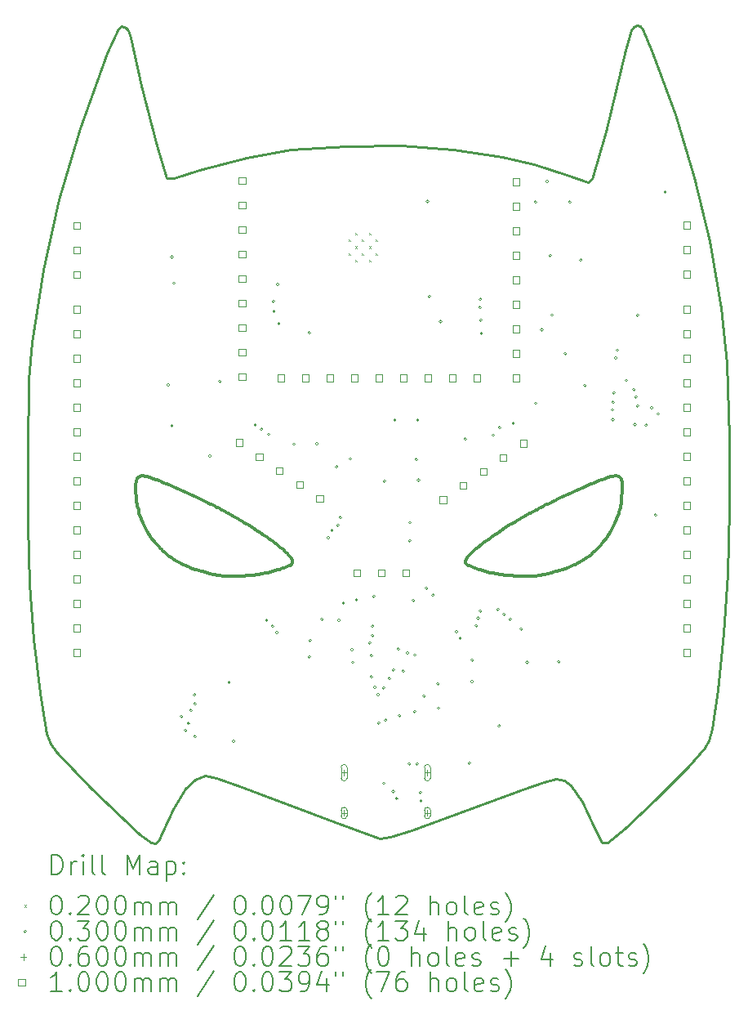
<source format=gbr>
%TF.GenerationSoftware,KiCad,Pcbnew,9.0.2*%
%TF.CreationDate,2025-08-29T22:08:27+05:30*%
%TF.ProjectId,4 SRA,34205352-412e-46b6-9963-61645f706362,rev?*%
%TF.SameCoordinates,Original*%
%TF.FileFunction,Drillmap*%
%TF.FilePolarity,Positive*%
%FSLAX45Y45*%
G04 Gerber Fmt 4.5, Leading zero omitted, Abs format (unit mm)*
G04 Created by KiCad (PCBNEW 9.0.2) date 2025-08-29 22:08:27*
%MOMM*%
%LPD*%
G01*
G04 APERTURE LIST*
%ADD10C,0.300000*%
%ADD11C,0.220000*%
%ADD12C,0.200000*%
%ADD13C,0.100000*%
G04 APERTURE END LIST*
D10*
X13031000Y-10604000D02*
X13014000Y-10595500D01*
X16935500Y-11384000D02*
X16911500Y-11392000D01*
X16821500Y-10681000D02*
X16838500Y-10673000D01*
X13458000Y-11462000D02*
X13495000Y-11462000D01*
D11*
X15232325Y-7002745D02*
X14662989Y-7004461D01*
D10*
X13109000Y-10640000D02*
X13088000Y-10630000D01*
X17204500Y-11239000D02*
X17184500Y-11255000D01*
X15941500Y-11355000D02*
X15926500Y-11348000D01*
D11*
X13581465Y-13645069D02*
X14569317Y-14022763D01*
D10*
X12501000Y-10449000D02*
X12497000Y-10457000D01*
X13512000Y-11462000D02*
X13545000Y-11462000D01*
X16439500Y-10886000D02*
X16453500Y-10877000D01*
D11*
X11904610Y-6819269D02*
X11686114Y-7558332D01*
D10*
X16774500Y-10705000D02*
X16788500Y-10698000D01*
X12977000Y-10579000D02*
X12959000Y-10571000D01*
X12830000Y-10514000D02*
X12806000Y-10505000D01*
X14095000Y-11342000D02*
X14103000Y-11334000D01*
X14055000Y-11226000D02*
X14042000Y-11213000D01*
X12492000Y-10673000D02*
X12494000Y-10690000D01*
X13175000Y-10673000D02*
X13160000Y-10666000D01*
X16629500Y-11461000D02*
X16617500Y-11461000D01*
X16035500Y-11390000D02*
X16020500Y-11385000D01*
X17016500Y-10588000D02*
X17036500Y-10579000D01*
X13176000Y-11415000D02*
X13198000Y-11421000D01*
X12592000Y-10429000D02*
X12576000Y-10426000D01*
X12506000Y-10442000D02*
X12501000Y-10449000D01*
X15908500Y-11296000D02*
X15911500Y-11288000D01*
X12787000Y-11220000D02*
X12809000Y-11239000D01*
D11*
X13096348Y-13566005D02*
X13197754Y-13529267D01*
D10*
X12503000Y-10741000D02*
X12506000Y-10751000D01*
X16185500Y-11430000D02*
X16160500Y-11424000D01*
X16973500Y-11370000D02*
X16960500Y-11375000D01*
X13545000Y-11462000D02*
X13572000Y-11460000D01*
X13791000Y-11437000D02*
X13828000Y-11430000D01*
X13458000Y-10818000D02*
X13447000Y-10812000D01*
X16855500Y-11410000D02*
X16837500Y-11415000D01*
D11*
X11362559Y-10183507D02*
X11363848Y-10926652D01*
D10*
X16512500Y-10842000D02*
X16541500Y-10826000D01*
D11*
X17683262Y-5757081D02*
X17648028Y-5768897D01*
D10*
X13302000Y-10736000D02*
X13286000Y-10728000D01*
D11*
X18431780Y-7992533D02*
X18276018Y-7332747D01*
X18213712Y-13433235D02*
X18386875Y-13242883D01*
D10*
X17289500Y-11160000D02*
X17277500Y-11173000D01*
D11*
X17561446Y-6011456D02*
X17360137Y-6856222D01*
D10*
X16644500Y-10772000D02*
X16662500Y-10762000D01*
X16661500Y-11456000D02*
X16629500Y-11461000D01*
D11*
X16712813Y-13593721D02*
X16843009Y-13562138D01*
D10*
X12998000Y-11353000D02*
X13023000Y-11363000D01*
X13396000Y-11461000D02*
X13430000Y-11462000D01*
X16555500Y-10818000D02*
X16566500Y-10812000D01*
X13053000Y-11375000D02*
X13078000Y-11384000D01*
X16465500Y-10869000D02*
X16480500Y-10860000D01*
X17516500Y-10714000D02*
X17514500Y-10727000D01*
X17523500Y-10657000D02*
X17521500Y-10673000D01*
X16815500Y-11421000D02*
X16789500Y-11428000D01*
X13049000Y-10612000D02*
X13031000Y-10604000D01*
D11*
X18276018Y-7332747D02*
X18078577Y-6681985D01*
D10*
X12483000Y-10576000D02*
X12490000Y-10657000D01*
D11*
X16284630Y-7115752D02*
X15779102Y-7040127D01*
D10*
X12483000Y-10563000D02*
X12483000Y-10576000D01*
X16264500Y-11444000D02*
X16222500Y-11437000D01*
X13651000Y-10932000D02*
X13633000Y-10921000D01*
X16759500Y-11436000D02*
X16724500Y-11445000D01*
X16898500Y-11396000D02*
X16883500Y-11401000D01*
X17319500Y-11126000D02*
X17305500Y-11142000D01*
X12512000Y-10774000D02*
X12516000Y-10791000D01*
X16409500Y-11458000D02*
X16383500Y-11456000D01*
X12997000Y-10588000D02*
X12977000Y-10579000D01*
D11*
X11383614Y-11548410D02*
X11424649Y-12109796D01*
D10*
X17507500Y-10442000D02*
X17512500Y-10449000D01*
X13352000Y-11456000D02*
X13384000Y-11461000D01*
X17497500Y-10791000D02*
X17493500Y-10807000D01*
X17343500Y-10454000D02*
X17384500Y-10439000D01*
D11*
X11561719Y-13094211D02*
X11601680Y-13200128D01*
D10*
X12643000Y-11060000D02*
X12603000Y-10999000D01*
X12921000Y-10555000D02*
X12898000Y-10545000D01*
X13198000Y-11421000D02*
X13224000Y-11428000D01*
D11*
X15343614Y-14096669D02*
X16498614Y-13673857D01*
D10*
X12516000Y-10791000D02*
X12520000Y-10807000D01*
X16925500Y-10630000D02*
X16945500Y-10621000D01*
D11*
X15010391Y-14177236D02*
X15119317Y-14164560D01*
D10*
X13495000Y-11462000D02*
X13512000Y-11462000D01*
X13130000Y-11401000D02*
X13144000Y-11406000D01*
X13158000Y-11410000D02*
X13176000Y-11415000D01*
X12499000Y-10727000D02*
X12503000Y-10741000D01*
D11*
X18424903Y-13161672D02*
X18456270Y-13048880D01*
D10*
X17453500Y-10915000D02*
X17410500Y-10999000D01*
X13691000Y-11450000D02*
X13749000Y-11444000D01*
X17322500Y-10462000D02*
X17343500Y-10454000D01*
X14068000Y-11239000D02*
X14055000Y-11226000D01*
X13560000Y-10877000D02*
X13548000Y-10869000D01*
X14109000Y-11311000D02*
X14107000Y-11303000D01*
X16006500Y-11380000D02*
X15992500Y-11375000D01*
X12490000Y-10657000D02*
X12492000Y-10673000D01*
X13129000Y-10650000D02*
X13109000Y-10640000D01*
X16631500Y-10779000D02*
X16644500Y-10772000D01*
D11*
X16950000Y-7305030D02*
X16613125Y-7193741D01*
D10*
X13210000Y-10690000D02*
X13192000Y-10681000D01*
X15958500Y-11226000D02*
X15971500Y-11213000D01*
D11*
X17376895Y-14223431D02*
X17549844Y-14077552D01*
D10*
X17507500Y-10751000D02*
X17501500Y-10774000D01*
D11*
X11405313Y-9039250D02*
X11374590Y-9422102D01*
D10*
X12643000Y-11060000D02*
X12686000Y-11116000D01*
X13574000Y-10886000D02*
X13560000Y-10877000D01*
X12694000Y-11126000D02*
X12708000Y-11142000D01*
X13749000Y-11444000D02*
X13791000Y-11437000D01*
X16222500Y-11437000D02*
X16185500Y-11430000D01*
X12806000Y-10505000D02*
X12774000Y-10493000D01*
X13351000Y-10762000D02*
X13336000Y-10754000D01*
D11*
X17618594Y-5809718D02*
X17561446Y-6011456D01*
X12873555Y-13872803D02*
X12994727Y-13666767D01*
X17648028Y-5768897D02*
X17618594Y-5809718D01*
D10*
X12745000Y-10482000D02*
X12724000Y-10474000D01*
D11*
X12994727Y-13666767D02*
X13096348Y-13566005D01*
D10*
X16884500Y-10650000D02*
X16904500Y-10640000D01*
X17530500Y-10576000D02*
X17523500Y-10657000D01*
D11*
X12381348Y-5779641D02*
X12341387Y-5762239D01*
D10*
X12483000Y-10519000D02*
X12483000Y-10540000D01*
X13501000Y-10842000D02*
X13472000Y-10826000D01*
X14007000Y-11380000D02*
X14021000Y-11375000D01*
X17207500Y-10505000D02*
X17239500Y-10493000D01*
X17516500Y-10457000D02*
X17521500Y-10469000D01*
X12520000Y-10807000D02*
X12543000Y-10873000D01*
X16566500Y-10812000D02*
X16578500Y-10806000D01*
X13336000Y-10754000D02*
X13323000Y-10747000D01*
X12560000Y-10915000D02*
X12603000Y-10999000D01*
X13589000Y-10895000D02*
X13574000Y-10886000D01*
X13430000Y-11462000D02*
X13458000Y-11462000D01*
X17264500Y-11186000D02*
X17249500Y-11200000D01*
X15911500Y-11288000D02*
X15917500Y-11277000D01*
X17075500Y-10562000D02*
X17092500Y-10555000D01*
X17370500Y-11060000D02*
X17327500Y-11116000D01*
X12489000Y-10480000D02*
X12487000Y-10490000D01*
X17308500Y-10467000D02*
X17322500Y-10462000D01*
D11*
X15779102Y-7040127D02*
X15232325Y-7002745D01*
X16613125Y-7193741D02*
X16284630Y-7115752D01*
D10*
X12691000Y-10462000D02*
X12670000Y-10454000D01*
X16112500Y-11101000D02*
X16127500Y-11090000D01*
D11*
X13321934Y-13557197D02*
X13581465Y-13645069D01*
D10*
X15922500Y-11270000D02*
X15931500Y-11255000D01*
X14107000Y-11303000D02*
X14105000Y-11296000D01*
X16588500Y-10801000D02*
X16602500Y-10794000D01*
X16127500Y-11090000D02*
X16152500Y-11072000D01*
X16322500Y-11450000D02*
X16264500Y-11444000D01*
X16308500Y-10966000D02*
X16336500Y-10949000D01*
X12492000Y-10469000D02*
X12489000Y-10480000D01*
X16711500Y-10736000D02*
X16727500Y-10728000D01*
X17530500Y-10540000D02*
X17530500Y-10563000D01*
X16468500Y-11462000D02*
X16441500Y-11460000D01*
X17036500Y-10579000D02*
X17054500Y-10571000D01*
D11*
X18613108Y-9255599D02*
X18551018Y-8681536D01*
D10*
X17239500Y-10493000D02*
X17268500Y-10482000D01*
X13102000Y-11392000D02*
X13115000Y-11396000D01*
X17530500Y-10519000D02*
X17530500Y-10540000D01*
D11*
X17171505Y-7378292D02*
X16950000Y-7305030D01*
D10*
X16911500Y-11392000D02*
X16898500Y-11396000D01*
X13286000Y-10728000D02*
X13272000Y-10721000D01*
X12483000Y-10540000D02*
X12483000Y-10563000D01*
X16237500Y-11012000D02*
X16278500Y-10985000D01*
X17226500Y-11220000D02*
X17204500Y-11239000D01*
D11*
X12300782Y-5792746D02*
X12185196Y-6043039D01*
D10*
X12948000Y-11329000D02*
X12970000Y-11340000D01*
X15926500Y-11348000D02*
X15918500Y-11342000D01*
D11*
X12401973Y-5807571D02*
X12381348Y-5779641D01*
D10*
X17492500Y-10430000D02*
X17502500Y-10436000D01*
X17521500Y-10469000D02*
X17524500Y-10480000D01*
X13411000Y-10794000D02*
X13394000Y-10785000D01*
X13225000Y-10698000D02*
X13210000Y-10690000D01*
X17526500Y-10490000D02*
X17528500Y-10505000D01*
X16741500Y-10721000D02*
X16755500Y-10714000D01*
X13384000Y-11461000D02*
X13396000Y-11461000D01*
X14103000Y-11334000D02*
X14107000Y-11326000D01*
D11*
X13631739Y-7123700D02*
X13143399Y-7257548D01*
D10*
X12521000Y-10430000D02*
X12511000Y-10436000D01*
D11*
X17212539Y-7344131D02*
X17171505Y-7378292D01*
D10*
X16030500Y-11162000D02*
X16068500Y-11134000D01*
X12542000Y-10424000D02*
X12532000Y-10426000D01*
X13604000Y-11458000D02*
X13630000Y-11456000D01*
X16441500Y-11460000D02*
X16409500Y-11458000D01*
X13040000Y-11370000D02*
X13053000Y-11375000D01*
X13014000Y-10595500D02*
X12997000Y-10588000D01*
X13993000Y-11385000D02*
X14007000Y-11380000D01*
X17029500Y-11347000D02*
X17015500Y-11353000D01*
X12487000Y-10490000D02*
X12485000Y-10505000D01*
X13646000Y-11454000D02*
X13691000Y-11450000D01*
X17184500Y-11255000D02*
X17162500Y-11271000D01*
D11*
X17710765Y-5763958D02*
X17683262Y-5757081D01*
D10*
X13548000Y-10869000D02*
X13533000Y-10860000D01*
X13921000Y-11116000D02*
X13901000Y-11101000D01*
D11*
X17111563Y-13795029D02*
X17229512Y-14053486D01*
D10*
X14091000Y-11270000D02*
X14082000Y-11255000D01*
D11*
X17312657Y-14218701D02*
X17376895Y-14223431D01*
X12341387Y-5762239D02*
X12300782Y-5792746D01*
D10*
X17054500Y-10571000D02*
X17075500Y-10562000D01*
X13735000Y-10985000D02*
X13705000Y-10966000D01*
X13930000Y-11404000D02*
X13957000Y-11396000D01*
X17097500Y-11311000D02*
X17085500Y-11319000D01*
X14013000Y-11186000D02*
X13983000Y-11162000D01*
X16690500Y-10747000D02*
X16711500Y-10736000D01*
X13901000Y-11101000D02*
X13886000Y-11090000D01*
X13776000Y-11012000D02*
X13735000Y-10985000D01*
D11*
X13143399Y-7257548D02*
X12883653Y-7336610D01*
X11658399Y-13286496D02*
X12016329Y-13653449D01*
D10*
X12705000Y-10467000D02*
X12691000Y-10462000D01*
X13886000Y-11090000D02*
X13861000Y-11072000D01*
X12774000Y-10493000D02*
X12745000Y-10482000D01*
X16602500Y-10794000D02*
X16619500Y-10785000D01*
D11*
X14662989Y-7004461D02*
X14089786Y-7045711D01*
D10*
X16501500Y-11462000D02*
X16468500Y-11462000D01*
D11*
X12699532Y-7002961D02*
X12543985Y-6384855D01*
D10*
X12686000Y-11116000D02*
X12694000Y-11126000D01*
X13843000Y-11059000D02*
X13812000Y-11037000D01*
X12724000Y-11160000D02*
X12736000Y-11173000D01*
X16336500Y-10949000D02*
X16362500Y-10932000D01*
X12601000Y-10431000D02*
X12592000Y-10429000D01*
D11*
X14569317Y-14022763D02*
X15010391Y-14177236D01*
D10*
X16402500Y-10908000D02*
X16424500Y-10895000D01*
X16964500Y-10612000D02*
X16982500Y-10604000D01*
X14032000Y-11204000D02*
X14013000Y-11186000D01*
D11*
X11374590Y-9422102D02*
X11362559Y-10183507D01*
X11424649Y-12109796D02*
X11490176Y-12670753D01*
D10*
X16424500Y-10895000D02*
X16439500Y-10886000D01*
D11*
X18386875Y-13242883D02*
X18424903Y-13161672D01*
D10*
X16083500Y-11404000D02*
X16056500Y-11396000D01*
X17524500Y-10480000D02*
X17526500Y-10490000D01*
X15910500Y-11334000D02*
X15906500Y-11326000D01*
X14102000Y-11288000D02*
X14096000Y-11277000D01*
D11*
X16924864Y-13576103D02*
X16994259Y-13632607D01*
D10*
X12898000Y-10545000D02*
X12860000Y-10527000D01*
X12860000Y-10527000D02*
X12830000Y-10514000D01*
D11*
X11363848Y-10926652D02*
X11383614Y-11548410D01*
X12764414Y-14109346D02*
X12873555Y-13872803D01*
D10*
X12851000Y-11271000D02*
X12873000Y-11286000D01*
X17493500Y-10807000D02*
X17470500Y-10873000D01*
X16380500Y-10921000D02*
X16402500Y-10908000D01*
D11*
X11601680Y-13200128D02*
X11658399Y-13286496D01*
D10*
X13078000Y-11384000D02*
X13102000Y-11392000D01*
X16367500Y-11454000D02*
X16322500Y-11450000D01*
X16518500Y-11462000D02*
X16501500Y-11462000D01*
X17512500Y-10449000D02*
X17516500Y-10457000D01*
X17115500Y-10545000D02*
X17153500Y-10527000D01*
D11*
X12807168Y-7338117D02*
X12699532Y-7002961D01*
D10*
X12708000Y-11142000D02*
X12724000Y-11160000D01*
X13861000Y-11072000D02*
X13843000Y-11059000D01*
X16803500Y-10690000D02*
X16821500Y-10681000D01*
D11*
X17737620Y-5797474D02*
X17710765Y-5763958D01*
D10*
X12564000Y-10423000D02*
X12553000Y-10423000D01*
D11*
X18580020Y-12058235D02*
X18619552Y-11437552D01*
D10*
X16617500Y-11461000D02*
X16583500Y-11462000D01*
X13983000Y-11162000D02*
X13945000Y-11134000D01*
X15971500Y-11213000D02*
X15981500Y-11204000D01*
X13978000Y-11390000D02*
X13993000Y-11385000D01*
X13633000Y-10921000D02*
X13611000Y-10908000D01*
X13957000Y-11396000D02*
X13978000Y-11390000D01*
X13677000Y-10949000D02*
X13651000Y-10932000D01*
X17249500Y-11200000D02*
X17226500Y-11220000D01*
X14087000Y-11348000D02*
X14095000Y-11342000D01*
D11*
X12543985Y-6384855D02*
X12426895Y-5883839D01*
D10*
X13572000Y-11460000D02*
X13604000Y-11458000D01*
X17370500Y-11060000D02*
X17410500Y-10999000D01*
X13435000Y-10806000D02*
X13425000Y-10801000D01*
X16904500Y-10640000D02*
X16925500Y-10630000D01*
X14072000Y-11355000D02*
X14087000Y-11348000D01*
X13517000Y-10851000D02*
X13501000Y-10842000D01*
X17460500Y-10423000D02*
X17471500Y-10424000D01*
X16020500Y-11385000D02*
X16006500Y-11380000D01*
X13705000Y-10966000D02*
X13677000Y-10949000D01*
X13853000Y-11424000D02*
X13881000Y-11417000D01*
X15981500Y-11204000D02*
X16000500Y-11186000D01*
X13239000Y-10705000D02*
X13225000Y-10698000D01*
X17501500Y-10774000D02*
X17497500Y-10791000D01*
X16999500Y-10595500D02*
X17016500Y-10588000D01*
X12553000Y-10423000D02*
X12542000Y-10424000D01*
X16677500Y-10754000D02*
X16690500Y-10747000D01*
D11*
X12523789Y-14137492D02*
X12646895Y-14223430D01*
D10*
X15917500Y-11277000D02*
X15922500Y-11270000D01*
X13828000Y-11430000D02*
X13853000Y-11424000D01*
X16068500Y-11134000D02*
X16092500Y-11116000D01*
D11*
X18078577Y-6681985D02*
X17833655Y-6019408D01*
D10*
X17065500Y-11329000D02*
X17043500Y-11340000D01*
X12511000Y-10436000D02*
X12506000Y-10442000D01*
X14107000Y-11326000D02*
X14109000Y-11318000D01*
D11*
X17229512Y-14053486D02*
X17312657Y-14218701D01*
X12426895Y-5883839D02*
X12401973Y-5807571D01*
D10*
X14105000Y-11296000D02*
X14102000Y-11288000D01*
X13630000Y-11456000D02*
X13646000Y-11454000D01*
X16152500Y-11072000D02*
X16170500Y-11059000D01*
X13447000Y-10812000D02*
X13435000Y-10806000D01*
X16278500Y-10985000D02*
X16308500Y-10966000D01*
D11*
X12016329Y-13653449D02*
X12523789Y-14137492D01*
D10*
X12984000Y-11347000D02*
X12998000Y-11353000D01*
X12959000Y-10571000D02*
X12938000Y-10562000D01*
X12916000Y-11311000D02*
X12928000Y-11319000D01*
X13472000Y-10826000D02*
X13458000Y-10818000D01*
X13289000Y-11445000D02*
X13305000Y-11448000D01*
X14082000Y-11255000D02*
X14068000Y-11239000D01*
X16362500Y-10932000D02*
X16380500Y-10921000D01*
X12970000Y-11340000D02*
X12984000Y-11347000D01*
X14042000Y-11213000D02*
X14032000Y-11204000D01*
X17305500Y-11142000D02*
X17289500Y-11160000D01*
X12532000Y-10426000D02*
X12521000Y-10430000D01*
X17043500Y-11340000D02*
X17029500Y-11347000D01*
D11*
X11490176Y-12670753D02*
X11561719Y-13094211D01*
D10*
X15904500Y-11318000D02*
X15904500Y-11311000D01*
D11*
X12719297Y-14208819D02*
X12764414Y-14109346D01*
X18456270Y-13048880D02*
X18519434Y-12638743D01*
D10*
X12494000Y-10690000D02*
X12497000Y-10714000D01*
X16170500Y-11059000D02*
X16201500Y-11037000D01*
X17114500Y-11301000D02*
X17097500Y-11311000D01*
X16056500Y-11396000D02*
X16035500Y-11390000D01*
X15906500Y-11326000D02*
X15904500Y-11318000D01*
X17521500Y-10673000D02*
X17519500Y-10690000D01*
X13224000Y-11428000D02*
X13254000Y-11436000D01*
X16578500Y-10806000D02*
X16588500Y-10801000D01*
X16727500Y-10728000D02*
X16741500Y-10721000D01*
D11*
X17360137Y-6856222D02*
X17212539Y-7344131D01*
D10*
X13272000Y-10721000D02*
X13258000Y-10714000D01*
X17268500Y-10482000D02*
X17289500Y-10474000D01*
D11*
X16498614Y-13673857D02*
X16712813Y-13593721D01*
D10*
X15976500Y-11369000D02*
X15958500Y-11362000D01*
D11*
X11522188Y-8288801D02*
X11405313Y-9039250D01*
D10*
X17510500Y-10741000D02*
X17507500Y-10751000D01*
D11*
X16994259Y-13632607D02*
X17111563Y-13795029D01*
D10*
X15958500Y-11362000D02*
X15941500Y-11355000D01*
X14055000Y-11362000D02*
X14072000Y-11355000D01*
D11*
X18638243Y-10764017D02*
X18636956Y-10024740D01*
X16843009Y-13562138D02*
X16924864Y-13576103D01*
D10*
X16541500Y-10826000D02*
X16555500Y-10818000D01*
X12497000Y-10714000D02*
X12499000Y-10727000D01*
X12576000Y-10426000D02*
X12564000Y-10423000D01*
X13425000Y-10801000D02*
X13411000Y-10794000D01*
X17470500Y-10873000D02*
X17453500Y-10915000D01*
X17471500Y-10424000D02*
X17481500Y-10426000D01*
D11*
X11686114Y-7558332D02*
X11522188Y-8288801D01*
D10*
X17481500Y-10426000D02*
X17492500Y-10430000D01*
X14096000Y-11277000D02*
X14091000Y-11270000D01*
X13144000Y-11406000D02*
X13158000Y-11410000D01*
X16883500Y-11401000D02*
X16869500Y-11406000D01*
X16453500Y-10877000D02*
X16465500Y-10869000D01*
X16838500Y-10673000D02*
X16853500Y-10666000D01*
X16755500Y-10714000D02*
X16774500Y-10705000D01*
X12485000Y-10505000D02*
X12483000Y-10519000D01*
X13369000Y-10772000D02*
X13351000Y-10762000D01*
X13945000Y-11134000D02*
X13921000Y-11116000D01*
X16724500Y-11445000D02*
X16708500Y-11448000D01*
X13068000Y-10621000D02*
X13049000Y-10612000D01*
X14109000Y-11318000D02*
X14109000Y-11311000D01*
X17289500Y-10474000D02*
X17308500Y-10467000D01*
X14021000Y-11375000D02*
X14037000Y-11369000D01*
D11*
X12646895Y-14223430D02*
X12689004Y-14228369D01*
X18551018Y-8681536D02*
X18431780Y-7992533D01*
D10*
X16662500Y-10762000D02*
X16677500Y-10754000D01*
X12506000Y-10751000D02*
X12512000Y-10774000D01*
X15904500Y-11311000D02*
X15906500Y-11303000D01*
D11*
X17549844Y-14077552D02*
X17881778Y-13762806D01*
D10*
X17015500Y-11353000D02*
X16990500Y-11363000D01*
X17140500Y-11286000D02*
X17114500Y-11301000D01*
X16869500Y-11406000D02*
X16855500Y-11410000D01*
X16496500Y-10851000D02*
X16512500Y-10842000D01*
X13533000Y-10860000D02*
X13517000Y-10851000D01*
X17530500Y-10563000D02*
X17530500Y-10576000D01*
X17183500Y-10514000D02*
X17207500Y-10505000D01*
X17502500Y-10436000D02*
X17507500Y-10442000D01*
X13254000Y-11436000D02*
X13289000Y-11445000D01*
X16383500Y-11456000D02*
X16367500Y-11454000D01*
X17092500Y-10555000D02*
X17115500Y-10545000D01*
X12899000Y-11301000D02*
X12916000Y-11311000D01*
D11*
X15119317Y-14164560D02*
X15343614Y-14096669D01*
D10*
X16000500Y-11186000D02*
X16030500Y-11162000D01*
X12809000Y-11239000D02*
X12829000Y-11255000D01*
X16837500Y-11415000D02*
X16815500Y-11421000D01*
X13881000Y-11417000D02*
X13908000Y-11410000D01*
D11*
X18519434Y-12638743D02*
X18580020Y-12058235D01*
X14089786Y-7045711D02*
X13631739Y-7123700D01*
D10*
X17449500Y-10423000D02*
X17460500Y-10423000D01*
X16105500Y-11410000D02*
X16083500Y-11404000D01*
X13908000Y-11410000D02*
X13930000Y-11404000D01*
X16480500Y-10860000D02*
X16496500Y-10851000D01*
X16945500Y-10621000D02*
X16964500Y-10612000D01*
X12873000Y-11286000D02*
X12899000Y-11301000D01*
X16583500Y-11462000D02*
X16555500Y-11462000D01*
X12829000Y-11255000D02*
X12851000Y-11271000D01*
D11*
X18619552Y-11437552D02*
X18638243Y-10764017D01*
D10*
X12749000Y-11186000D02*
X12764000Y-11200000D01*
X13611000Y-10908000D02*
X13589000Y-10895000D01*
D11*
X12689004Y-14228369D02*
X12719297Y-14208819D01*
D10*
X14037000Y-11369000D02*
X14055000Y-11362000D01*
X12938000Y-10562000D02*
X12921000Y-10555000D01*
X13394000Y-10785000D02*
X13382000Y-10779000D01*
X12670000Y-10454000D02*
X12629000Y-10439000D01*
X13192000Y-10681000D02*
X13175000Y-10673000D01*
X17162500Y-11271000D02*
X17140500Y-11286000D01*
X12543000Y-10873000D02*
X12560000Y-10915000D01*
X13305000Y-11448000D02*
X13328000Y-11452000D01*
X17528500Y-10505000D02*
X17530500Y-10519000D01*
X16788500Y-10698000D02*
X16803500Y-10690000D01*
X16160500Y-11424000D02*
X16132500Y-11417000D01*
X13323000Y-10747000D02*
X13302000Y-10736000D01*
D11*
X13197754Y-13529267D02*
X13321934Y-13557197D01*
D10*
X16990500Y-11363000D02*
X16973500Y-11370000D01*
X13160000Y-10666000D02*
X13144000Y-10658000D01*
X13088000Y-10630000D02*
X13068000Y-10621000D01*
X13328000Y-11452000D02*
X13352000Y-11456000D01*
X12736000Y-11173000D02*
X12749000Y-11186000D01*
X17277500Y-11173000D02*
X17264500Y-11186000D01*
X16708500Y-11448000D02*
X16685500Y-11452000D01*
X16789500Y-11428000D02*
X16759500Y-11436000D01*
X15992500Y-11375000D02*
X15976500Y-11369000D01*
X17327500Y-11116000D02*
X17319500Y-11126000D01*
D11*
X12185196Y-6043039D02*
X11904610Y-6819269D01*
D10*
X17085500Y-11319000D02*
X17065500Y-11329000D01*
X17514500Y-10727000D02*
X17510500Y-10741000D01*
X16092500Y-11116000D02*
X16112500Y-11101000D01*
X16982500Y-10604000D02*
X16999500Y-10595500D01*
X13144000Y-10658000D02*
X13129000Y-10650000D01*
X17384500Y-10439000D02*
X17412500Y-10431000D01*
X13115000Y-11396000D02*
X13130000Y-11401000D01*
X17412500Y-10431000D02*
X17421500Y-10429000D01*
X17153500Y-10527000D02*
X17183500Y-10514000D01*
X12497000Y-10457000D02*
X12492000Y-10469000D01*
X12928000Y-11319000D02*
X12948000Y-11329000D01*
X16201500Y-11037000D02*
X16237500Y-11012000D01*
X15931500Y-11255000D02*
X15945500Y-11239000D01*
X15918500Y-11342000D02*
X15910500Y-11334000D01*
X13382000Y-10779000D02*
X13369000Y-10772000D01*
X16555500Y-11462000D02*
X16518500Y-11462000D01*
X15906500Y-11303000D02*
X15908500Y-11296000D01*
X17437500Y-10426000D02*
X17449500Y-10423000D01*
X13258000Y-10714000D02*
X13239000Y-10705000D01*
D11*
X18636956Y-10024740D02*
X18613108Y-9255599D01*
D10*
X17519500Y-10690000D02*
X17516500Y-10714000D01*
X13812000Y-11037000D02*
X13776000Y-11012000D01*
X12764000Y-11200000D02*
X12787000Y-11220000D01*
X15945500Y-11239000D02*
X15958500Y-11226000D01*
X13023000Y-11363000D02*
X13040000Y-11370000D01*
X16685500Y-11452000D02*
X16661500Y-11456000D01*
X16960500Y-11375000D02*
X16935500Y-11384000D01*
X12724000Y-10474000D02*
X12705000Y-10467000D01*
X16619500Y-10785000D02*
X16631500Y-10779000D01*
D11*
X12883653Y-7336610D02*
X12807168Y-7338117D01*
X17881778Y-13762806D02*
X18213712Y-13433235D01*
D10*
X16869500Y-10658000D02*
X16884500Y-10650000D01*
X16853500Y-10666000D02*
X16869500Y-10658000D01*
D11*
X17833655Y-6019408D02*
X17737620Y-5797474D01*
D10*
X16132500Y-11417000D02*
X16105500Y-11410000D01*
X12629000Y-10439000D02*
X12601000Y-10431000D01*
X17421500Y-10429000D02*
X17437500Y-10426000D01*
D12*
D13*
X14690000Y-7974000D02*
X14710000Y-7994000D01*
X14710000Y-7974000D02*
X14690000Y-7994000D01*
X14690000Y-8114000D02*
X14710000Y-8134000D01*
X14710000Y-8114000D02*
X14690000Y-8134000D01*
X14760000Y-7904000D02*
X14780000Y-7924000D01*
X14780000Y-7904000D02*
X14760000Y-7924000D01*
X14760000Y-8044000D02*
X14780000Y-8064000D01*
X14780000Y-8044000D02*
X14760000Y-8064000D01*
X14760000Y-8184000D02*
X14780000Y-8204000D01*
X14780000Y-8184000D02*
X14760000Y-8204000D01*
X14827500Y-7974000D02*
X14847500Y-7994000D01*
X14847500Y-7974000D02*
X14827500Y-7994000D01*
X14827500Y-8114000D02*
X14847500Y-8134000D01*
X14847500Y-8114000D02*
X14827500Y-8134000D01*
X14900000Y-7904000D02*
X14920000Y-7924000D01*
X14920000Y-7904000D02*
X14900000Y-7924000D01*
X14900000Y-8044000D02*
X14920000Y-8064000D01*
X14920000Y-8044000D02*
X14900000Y-8064000D01*
X14900000Y-8184000D02*
X14920000Y-8204000D01*
X14920000Y-8184000D02*
X14900000Y-8204000D01*
X14970000Y-7974000D02*
X14990000Y-7994000D01*
X14990000Y-7974000D02*
X14970000Y-7994000D01*
X14970000Y-8114000D02*
X14990000Y-8134000D01*
X14990000Y-8114000D02*
X14970000Y-8134000D01*
X12835000Y-9480000D02*
G75*
G02*
X12805000Y-9480000I-15000J0D01*
G01*
X12805000Y-9480000D02*
G75*
G02*
X12835000Y-9480000I15000J0D01*
G01*
X12873267Y-9904333D02*
G75*
G02*
X12843267Y-9904333I-15000J0D01*
G01*
X12843267Y-9904333D02*
G75*
G02*
X12873267Y-9904333I15000J0D01*
G01*
X12875000Y-8155000D02*
G75*
G02*
X12845000Y-8155000I-15000J0D01*
G01*
X12845000Y-8155000D02*
G75*
G02*
X12875000Y-8155000I15000J0D01*
G01*
X12895000Y-8425000D02*
G75*
G02*
X12865000Y-8425000I-15000J0D01*
G01*
X12865000Y-8425000D02*
G75*
G02*
X12895000Y-8425000I15000J0D01*
G01*
X12972500Y-12915000D02*
G75*
G02*
X12942500Y-12915000I-15000J0D01*
G01*
X12942500Y-12915000D02*
G75*
G02*
X12972500Y-12915000I15000J0D01*
G01*
X13015000Y-13061000D02*
G75*
G02*
X12985000Y-13061000I-15000J0D01*
G01*
X12985000Y-13061000D02*
G75*
G02*
X13015000Y-13061000I15000J0D01*
G01*
X13044307Y-12986561D02*
G75*
G02*
X13014307Y-12986561I-15000J0D01*
G01*
X13014307Y-12986561D02*
G75*
G02*
X13044307Y-12986561I15000J0D01*
G01*
X13070000Y-12851000D02*
G75*
G02*
X13040000Y-12851000I-15000J0D01*
G01*
X13040000Y-12851000D02*
G75*
G02*
X13070000Y-12851000I15000J0D01*
G01*
X13107500Y-12692500D02*
G75*
G02*
X13077500Y-12692500I-15000J0D01*
G01*
X13077500Y-12692500D02*
G75*
G02*
X13107500Y-12692500I15000J0D01*
G01*
X13112500Y-12783223D02*
G75*
G02*
X13082500Y-12783223I-15000J0D01*
G01*
X13082500Y-12783223D02*
G75*
G02*
X13112500Y-12783223I15000J0D01*
G01*
X13112500Y-13125000D02*
G75*
G02*
X13082500Y-13125000I-15000J0D01*
G01*
X13082500Y-13125000D02*
G75*
G02*
X13112500Y-13125000I15000J0D01*
G01*
X13267500Y-10217700D02*
G75*
G02*
X13237500Y-10217700I-15000J0D01*
G01*
X13237500Y-10217700D02*
G75*
G02*
X13267500Y-10217700I15000J0D01*
G01*
X13373000Y-9445000D02*
G75*
G02*
X13343000Y-9445000I-15000J0D01*
G01*
X13343000Y-9445000D02*
G75*
G02*
X13373000Y-9445000I15000J0D01*
G01*
X13467500Y-12562500D02*
G75*
G02*
X13437500Y-12562500I-15000J0D01*
G01*
X13437500Y-12562500D02*
G75*
G02*
X13467500Y-12562500I15000J0D01*
G01*
X13512500Y-13173100D02*
G75*
G02*
X13482500Y-13173100I-15000J0D01*
G01*
X13482500Y-13173100D02*
G75*
G02*
X13512500Y-13173100I15000J0D01*
G01*
X13737500Y-9895000D02*
G75*
G02*
X13707500Y-9895000I-15000J0D01*
G01*
X13707500Y-9895000D02*
G75*
G02*
X13737500Y-9895000I15000J0D01*
G01*
X13802782Y-9941242D02*
G75*
G02*
X13772782Y-9941242I-15000J0D01*
G01*
X13772782Y-9941242D02*
G75*
G02*
X13802782Y-9941242I15000J0D01*
G01*
X13855000Y-11920000D02*
G75*
G02*
X13825000Y-11920000I-15000J0D01*
G01*
X13825000Y-11920000D02*
G75*
G02*
X13855000Y-11920000I15000J0D01*
G01*
X13877500Y-9992500D02*
G75*
G02*
X13847500Y-9992500I-15000J0D01*
G01*
X13847500Y-9992500D02*
G75*
G02*
X13877500Y-9992500I15000J0D01*
G01*
X13916221Y-11981345D02*
G75*
G02*
X13886221Y-11981345I-15000J0D01*
G01*
X13886221Y-11981345D02*
G75*
G02*
X13916221Y-11981345I15000J0D01*
G01*
X13925990Y-8615990D02*
G75*
G02*
X13895990Y-8615990I-15000J0D01*
G01*
X13895990Y-8615990D02*
G75*
G02*
X13925990Y-8615990I15000J0D01*
G01*
X13932500Y-8717500D02*
G75*
G02*
X13902500Y-8717500I-15000J0D01*
G01*
X13902500Y-8717500D02*
G75*
G02*
X13932500Y-8717500I15000J0D01*
G01*
X13963199Y-12046099D02*
G75*
G02*
X13933199Y-12046099I-15000J0D01*
G01*
X13933199Y-12046099D02*
G75*
G02*
X13963199Y-12046099I15000J0D01*
G01*
X13970028Y-8437500D02*
G75*
G02*
X13940028Y-8437500I-15000J0D01*
G01*
X13940028Y-8437500D02*
G75*
G02*
X13970028Y-8437500I15000J0D01*
G01*
X13982500Y-8845000D02*
G75*
G02*
X13952500Y-8845000I-15000J0D01*
G01*
X13952500Y-8845000D02*
G75*
G02*
X13982500Y-8845000I15000J0D01*
G01*
X14140000Y-10095000D02*
G75*
G02*
X14110000Y-10095000I-15000J0D01*
G01*
X14110000Y-10095000D02*
G75*
G02*
X14140000Y-10095000I15000J0D01*
G01*
X14297500Y-8940000D02*
G75*
G02*
X14267500Y-8940000I-15000J0D01*
G01*
X14267500Y-8940000D02*
G75*
G02*
X14297500Y-8940000I15000J0D01*
G01*
X14298250Y-12299250D02*
G75*
G02*
X14268250Y-12299250I-15000J0D01*
G01*
X14268250Y-12299250D02*
G75*
G02*
X14298250Y-12299250I15000J0D01*
G01*
X14305750Y-12128000D02*
G75*
G02*
X14275750Y-12128000I-15000J0D01*
G01*
X14275750Y-12128000D02*
G75*
G02*
X14305750Y-12128000I15000J0D01*
G01*
X14378053Y-10090000D02*
G75*
G02*
X14348053Y-10090000I-15000J0D01*
G01*
X14348053Y-10090000D02*
G75*
G02*
X14378053Y-10090000I15000J0D01*
G01*
X14430000Y-11907500D02*
G75*
G02*
X14400000Y-11907500I-15000J0D01*
G01*
X14400000Y-11907500D02*
G75*
G02*
X14430000Y-11907500I15000J0D01*
G01*
X14496000Y-11064774D02*
G75*
G02*
X14466000Y-11064774I-15000J0D01*
G01*
X14466000Y-11064774D02*
G75*
G02*
X14496000Y-11064774I15000J0D01*
G01*
X14532885Y-10986365D02*
G75*
G02*
X14502885Y-10986365I-15000J0D01*
G01*
X14502885Y-10986365D02*
G75*
G02*
X14532885Y-10986365I15000J0D01*
G01*
X14582500Y-10330000D02*
G75*
G02*
X14552500Y-10330000I-15000J0D01*
G01*
X14552500Y-10330000D02*
G75*
G02*
X14582500Y-10330000I15000J0D01*
G01*
X14594217Y-10935000D02*
G75*
G02*
X14564217Y-10935000I-15000J0D01*
G01*
X14564217Y-10935000D02*
G75*
G02*
X14594217Y-10935000I15000J0D01*
G01*
X14604304Y-11918196D02*
G75*
G02*
X14574304Y-11918196I-15000J0D01*
G01*
X14574304Y-11918196D02*
G75*
G02*
X14604304Y-11918196I15000J0D01*
G01*
X14620000Y-10855000D02*
G75*
G02*
X14590000Y-10855000I-15000J0D01*
G01*
X14590000Y-10855000D02*
G75*
G02*
X14620000Y-10855000I15000J0D01*
G01*
X14650000Y-11741418D02*
G75*
G02*
X14620000Y-11741418I-15000J0D01*
G01*
X14620000Y-11741418D02*
G75*
G02*
X14650000Y-11741418I15000J0D01*
G01*
X14723750Y-10247684D02*
G75*
G02*
X14693750Y-10247684I-15000J0D01*
G01*
X14693750Y-10247684D02*
G75*
G02*
X14723750Y-10247684I15000J0D01*
G01*
X14740000Y-12224000D02*
G75*
G02*
X14710000Y-12224000I-15000J0D01*
G01*
X14710000Y-12224000D02*
G75*
G02*
X14740000Y-12224000I15000J0D01*
G01*
X14747500Y-12355000D02*
G75*
G02*
X14717500Y-12355000I-15000J0D01*
G01*
X14717500Y-12355000D02*
G75*
G02*
X14747500Y-12355000I15000J0D01*
G01*
X14787500Y-11707500D02*
G75*
G02*
X14757500Y-11707500I-15000J0D01*
G01*
X14757500Y-11707500D02*
G75*
G02*
X14787500Y-11707500I15000J0D01*
G01*
X14925000Y-12155000D02*
G75*
G02*
X14895000Y-12155000I-15000J0D01*
G01*
X14895000Y-12155000D02*
G75*
G02*
X14925000Y-12155000I15000J0D01*
G01*
X14942500Y-12284600D02*
G75*
G02*
X14912500Y-12284600I-15000J0D01*
G01*
X14912500Y-12284600D02*
G75*
G02*
X14942500Y-12284600I15000J0D01*
G01*
X14942500Y-12505000D02*
G75*
G02*
X14912500Y-12505000I-15000J0D01*
G01*
X14912500Y-12505000D02*
G75*
G02*
X14942500Y-12505000I15000J0D01*
G01*
X14954250Y-11980000D02*
G75*
G02*
X14924250Y-11980000I-15000J0D01*
G01*
X14924250Y-11980000D02*
G75*
G02*
X14954250Y-11980000I15000J0D01*
G01*
X14954250Y-12077500D02*
G75*
G02*
X14924250Y-12077500I-15000J0D01*
G01*
X14924250Y-12077500D02*
G75*
G02*
X14954250Y-12077500I15000J0D01*
G01*
X14967500Y-11670000D02*
G75*
G02*
X14937500Y-11670000I-15000J0D01*
G01*
X14937500Y-11670000D02*
G75*
G02*
X14967500Y-11670000I15000J0D01*
G01*
X14977500Y-12615000D02*
G75*
G02*
X14947500Y-12615000I-15000J0D01*
G01*
X14947500Y-12615000D02*
G75*
G02*
X14977500Y-12615000I15000J0D01*
G01*
X15010000Y-12690000D02*
G75*
G02*
X14980000Y-12690000I-15000J0D01*
G01*
X14980000Y-12690000D02*
G75*
G02*
X15010000Y-12690000I15000J0D01*
G01*
X15017500Y-12985000D02*
G75*
G02*
X14987500Y-12985000I-15000J0D01*
G01*
X14987500Y-12985000D02*
G75*
G02*
X15017500Y-12985000I15000J0D01*
G01*
X15067500Y-12620000D02*
G75*
G02*
X15037500Y-12620000I-15000J0D01*
G01*
X15037500Y-12620000D02*
G75*
G02*
X15067500Y-12620000I15000J0D01*
G01*
X15070000Y-13608076D02*
G75*
G02*
X15040000Y-13608076I-15000J0D01*
G01*
X15040000Y-13608076D02*
G75*
G02*
X15070000Y-13608076I15000J0D01*
G01*
X15077500Y-10477500D02*
G75*
G02*
X15047500Y-10477500I-15000J0D01*
G01*
X15047500Y-10477500D02*
G75*
G02*
X15077500Y-10477500I15000J0D01*
G01*
X15091411Y-12954385D02*
G75*
G02*
X15061411Y-12954385I-15000J0D01*
G01*
X15061411Y-12954385D02*
G75*
G02*
X15091411Y-12954385I15000J0D01*
G01*
X15128165Y-12524335D02*
G75*
G02*
X15098165Y-12524335I-15000J0D01*
G01*
X15098165Y-12524335D02*
G75*
G02*
X15128165Y-12524335I15000J0D01*
G01*
X15168462Y-13693462D02*
G75*
G02*
X15138462Y-13693462I-15000J0D01*
G01*
X15138462Y-13693462D02*
G75*
G02*
X15168462Y-13693462I15000J0D01*
G01*
X15170000Y-12432500D02*
G75*
G02*
X15140000Y-12432500I-15000J0D01*
G01*
X15140000Y-12432500D02*
G75*
G02*
X15170000Y-12432500I15000J0D01*
G01*
X15185000Y-9845000D02*
G75*
G02*
X15155000Y-9845000I-15000J0D01*
G01*
X15155000Y-9845000D02*
G75*
G02*
X15185000Y-9845000I15000J0D01*
G01*
X15203423Y-13765418D02*
G75*
G02*
X15173423Y-13765418I-15000J0D01*
G01*
X15173423Y-13765418D02*
G75*
G02*
X15203423Y-13765418I15000J0D01*
G01*
X15220000Y-12217500D02*
G75*
G02*
X15190000Y-12217500I-15000J0D01*
G01*
X15190000Y-12217500D02*
G75*
G02*
X15220000Y-12217500I15000J0D01*
G01*
X15232500Y-12907500D02*
G75*
G02*
X15202500Y-12907500I-15000J0D01*
G01*
X15202500Y-12907500D02*
G75*
G02*
X15232500Y-12907500I15000J0D01*
G01*
X15271808Y-12445692D02*
G75*
G02*
X15241808Y-12445692I-15000J0D01*
G01*
X15241808Y-12445692D02*
G75*
G02*
X15271808Y-12445692I15000J0D01*
G01*
X15316286Y-12255776D02*
G75*
G02*
X15286286Y-12255776I-15000J0D01*
G01*
X15286286Y-12255776D02*
G75*
G02*
X15316286Y-12255776I15000J0D01*
G01*
X15335000Y-13406500D02*
G75*
G02*
X15305000Y-13406500I-15000J0D01*
G01*
X15305000Y-13406500D02*
G75*
G02*
X15335000Y-13406500I15000J0D01*
G01*
X15340000Y-11095000D02*
G75*
G02*
X15310000Y-11095000I-15000J0D01*
G01*
X15310000Y-11095000D02*
G75*
G02*
X15340000Y-11095000I15000J0D01*
G01*
X15341967Y-10906967D02*
G75*
G02*
X15311967Y-10906967I-15000J0D01*
G01*
X15311967Y-10906967D02*
G75*
G02*
X15341967Y-10906967I15000J0D01*
G01*
X15377600Y-11712500D02*
G75*
G02*
X15347600Y-11712500I-15000J0D01*
G01*
X15347600Y-11712500D02*
G75*
G02*
X15377600Y-11712500I15000J0D01*
G01*
X15390000Y-12865000D02*
G75*
G02*
X15360000Y-12865000I-15000J0D01*
G01*
X15360000Y-12865000D02*
G75*
G02*
X15390000Y-12865000I15000J0D01*
G01*
X15392857Y-12278946D02*
G75*
G02*
X15362857Y-12278946I-15000J0D01*
G01*
X15362857Y-12278946D02*
G75*
G02*
X15392857Y-12278946I15000J0D01*
G01*
X15407500Y-10255000D02*
G75*
G02*
X15377500Y-10255000I-15000J0D01*
G01*
X15377500Y-10255000D02*
G75*
G02*
X15407500Y-10255000I15000J0D01*
G01*
X15415000Y-13406500D02*
G75*
G02*
X15385000Y-13406500I-15000J0D01*
G01*
X15385000Y-13406500D02*
G75*
G02*
X15415000Y-13406500I15000J0D01*
G01*
X15420750Y-9845000D02*
G75*
G02*
X15390750Y-9845000I-15000J0D01*
G01*
X15390750Y-9845000D02*
G75*
G02*
X15420750Y-9845000I15000J0D01*
G01*
X15432500Y-10467500D02*
G75*
G02*
X15402500Y-10467500I-15000J0D01*
G01*
X15402500Y-10467500D02*
G75*
G02*
X15432500Y-10467500I15000J0D01*
G01*
X15449125Y-13703269D02*
G75*
G02*
X15419125Y-13703269I-15000J0D01*
G01*
X15419125Y-13703269D02*
G75*
G02*
X15449125Y-13703269I15000J0D01*
G01*
X15455000Y-13790900D02*
G75*
G02*
X15425000Y-13790900I-15000J0D01*
G01*
X15425000Y-13790900D02*
G75*
G02*
X15455000Y-13790900I15000J0D01*
G01*
X15487495Y-12702505D02*
G75*
G02*
X15457495Y-12702505I-15000J0D01*
G01*
X15457495Y-12702505D02*
G75*
G02*
X15487495Y-12702505I15000J0D01*
G01*
X15512376Y-11587652D02*
G75*
G02*
X15482376Y-11587652I-15000J0D01*
G01*
X15482376Y-11587652D02*
G75*
G02*
X15512376Y-11587652I15000J0D01*
G01*
X15523750Y-7578750D02*
G75*
G02*
X15493750Y-7578750I-15000J0D01*
G01*
X15493750Y-7578750D02*
G75*
G02*
X15523750Y-7578750I15000J0D01*
G01*
X15543750Y-8563750D02*
G75*
G02*
X15513750Y-8563750I-15000J0D01*
G01*
X15513750Y-8563750D02*
G75*
G02*
X15543750Y-8563750I15000J0D01*
G01*
X15581538Y-11658462D02*
G75*
G02*
X15551538Y-11658462I-15000J0D01*
G01*
X15551538Y-11658462D02*
G75*
G02*
X15581538Y-11658462I15000J0D01*
G01*
X15629708Y-12577208D02*
G75*
G02*
X15599708Y-12577208I-15000J0D01*
G01*
X15599708Y-12577208D02*
G75*
G02*
X15629708Y-12577208I15000J0D01*
G01*
X15638329Y-12830605D02*
G75*
G02*
X15608329Y-12830605I-15000J0D01*
G01*
X15608329Y-12830605D02*
G75*
G02*
X15638329Y-12830605I15000J0D01*
G01*
X15660000Y-8825000D02*
G75*
G02*
X15630000Y-8825000I-15000J0D01*
G01*
X15630000Y-8825000D02*
G75*
G02*
X15660000Y-8825000I15000J0D01*
G01*
X15822500Y-12037500D02*
G75*
G02*
X15792500Y-12037500I-15000J0D01*
G01*
X15792500Y-12037500D02*
G75*
G02*
X15822500Y-12037500I15000J0D01*
G01*
X15862191Y-12106960D02*
G75*
G02*
X15832191Y-12106960I-15000J0D01*
G01*
X15832191Y-12106960D02*
G75*
G02*
X15862191Y-12106960I15000J0D01*
G01*
X15917000Y-10042000D02*
G75*
G02*
X15887000Y-10042000I-15000J0D01*
G01*
X15887000Y-10042000D02*
G75*
G02*
X15917000Y-10042000I15000J0D01*
G01*
X15958000Y-13400000D02*
G75*
G02*
X15928000Y-13400000I-15000J0D01*
G01*
X15928000Y-13400000D02*
G75*
G02*
X15958000Y-13400000I15000J0D01*
G01*
X15985000Y-12555000D02*
G75*
G02*
X15955000Y-12555000I-15000J0D01*
G01*
X15955000Y-12555000D02*
G75*
G02*
X15985000Y-12555000I15000J0D01*
G01*
X15987500Y-12332500D02*
G75*
G02*
X15957500Y-12332500I-15000J0D01*
G01*
X15957500Y-12332500D02*
G75*
G02*
X15987500Y-12332500I15000J0D01*
G01*
X16030413Y-11977087D02*
G75*
G02*
X16000413Y-11977087I-15000J0D01*
G01*
X16000413Y-11977087D02*
G75*
G02*
X16030413Y-11977087I15000J0D01*
G01*
X16048525Y-11899164D02*
G75*
G02*
X16018525Y-11899164I-15000J0D01*
G01*
X16018525Y-11899164D02*
G75*
G02*
X16048525Y-11899164I15000J0D01*
G01*
X16067500Y-8680000D02*
G75*
G02*
X16037500Y-8680000I-15000J0D01*
G01*
X16037500Y-8680000D02*
G75*
G02*
X16067500Y-8680000I15000J0D01*
G01*
X16072247Y-11822762D02*
G75*
G02*
X16042247Y-11822762I-15000J0D01*
G01*
X16042247Y-11822762D02*
G75*
G02*
X16072247Y-11822762I15000J0D01*
G01*
X16072588Y-8592412D02*
G75*
G02*
X16042588Y-8592412I-15000J0D01*
G01*
X16042588Y-8592412D02*
G75*
G02*
X16072588Y-8592412I15000J0D01*
G01*
X16075000Y-8810000D02*
G75*
G02*
X16045000Y-8810000I-15000J0D01*
G01*
X16045000Y-8810000D02*
G75*
G02*
X16075000Y-8810000I15000J0D01*
G01*
X16082500Y-8947500D02*
G75*
G02*
X16052500Y-8947500I-15000J0D01*
G01*
X16052500Y-8947500D02*
G75*
G02*
X16082500Y-8947500I15000J0D01*
G01*
X16206000Y-10001000D02*
G75*
G02*
X16176000Y-10001000I-15000J0D01*
G01*
X16176000Y-10001000D02*
G75*
G02*
X16206000Y-10001000I15000J0D01*
G01*
X16255000Y-11807500D02*
G75*
G02*
X16225000Y-11807500I-15000J0D01*
G01*
X16225000Y-11807500D02*
G75*
G02*
X16255000Y-11807500I15000J0D01*
G01*
X16267000Y-13013200D02*
G75*
G02*
X16237000Y-13013200I-15000J0D01*
G01*
X16237000Y-13013200D02*
G75*
G02*
X16267000Y-13013200I15000J0D01*
G01*
X16271000Y-9921517D02*
G75*
G02*
X16241000Y-9921517I-15000J0D01*
G01*
X16241000Y-9921517D02*
G75*
G02*
X16271000Y-9921517I15000J0D01*
G01*
X16319000Y-11858392D02*
G75*
G02*
X16289000Y-11858392I-15000J0D01*
G01*
X16289000Y-11858392D02*
G75*
G02*
X16319000Y-11858392I15000J0D01*
G01*
X16380617Y-11909416D02*
G75*
G02*
X16350617Y-11909416I-15000J0D01*
G01*
X16350617Y-11909416D02*
G75*
G02*
X16380617Y-11909416I15000J0D01*
G01*
X16411250Y-9878750D02*
G75*
G02*
X16381250Y-9878750I-15000J0D01*
G01*
X16381250Y-9878750D02*
G75*
G02*
X16411250Y-9878750I15000J0D01*
G01*
X16496514Y-12010400D02*
G75*
G02*
X16466514Y-12010400I-15000J0D01*
G01*
X16466514Y-12010400D02*
G75*
G02*
X16496514Y-12010400I15000J0D01*
G01*
X16554913Y-12355600D02*
G75*
G02*
X16524913Y-12355600I-15000J0D01*
G01*
X16524913Y-12355600D02*
G75*
G02*
X16554913Y-12355600I15000J0D01*
G01*
X16642500Y-7585000D02*
G75*
G02*
X16612500Y-7585000I-15000J0D01*
G01*
X16612500Y-7585000D02*
G75*
G02*
X16642500Y-7585000I15000J0D01*
G01*
X16645000Y-9672500D02*
G75*
G02*
X16615000Y-9672500I-15000J0D01*
G01*
X16615000Y-9672500D02*
G75*
G02*
X16645000Y-9672500I15000J0D01*
G01*
X16707788Y-8909712D02*
G75*
G02*
X16677788Y-8909712I-15000J0D01*
G01*
X16677788Y-8909712D02*
G75*
G02*
X16707788Y-8909712I15000J0D01*
G01*
X16765000Y-7372500D02*
G75*
G02*
X16735000Y-7372500I-15000J0D01*
G01*
X16735000Y-7372500D02*
G75*
G02*
X16765000Y-7372500I15000J0D01*
G01*
X16795000Y-8140000D02*
G75*
G02*
X16765000Y-8140000I-15000J0D01*
G01*
X16765000Y-8140000D02*
G75*
G02*
X16795000Y-8140000I15000J0D01*
G01*
X16815049Y-8757451D02*
G75*
G02*
X16785049Y-8757451I-15000J0D01*
G01*
X16785049Y-8757451D02*
G75*
G02*
X16815049Y-8757451I15000J0D01*
G01*
X16884913Y-12348100D02*
G75*
G02*
X16854913Y-12348100I-15000J0D01*
G01*
X16854913Y-12348100D02*
G75*
G02*
X16884913Y-12348100I15000J0D01*
G01*
X16953000Y-9157500D02*
G75*
G02*
X16923000Y-9157500I-15000J0D01*
G01*
X16923000Y-9157500D02*
G75*
G02*
X16953000Y-9157500I15000J0D01*
G01*
X16999342Y-7586842D02*
G75*
G02*
X16969342Y-7586842I-15000J0D01*
G01*
X16969342Y-7586842D02*
G75*
G02*
X16999342Y-7586842I15000J0D01*
G01*
X17112500Y-8187500D02*
G75*
G02*
X17082500Y-8187500I-15000J0D01*
G01*
X17082500Y-8187500D02*
G75*
G02*
X17112500Y-8187500I15000J0D01*
G01*
X17157500Y-9487500D02*
G75*
G02*
X17127500Y-9487500I-15000J0D01*
G01*
X17127500Y-9487500D02*
G75*
G02*
X17157500Y-9487500I15000J0D01*
G01*
X17442179Y-9739823D02*
G75*
G02*
X17412179Y-9739823I-15000J0D01*
G01*
X17412179Y-9739823D02*
G75*
G02*
X17442179Y-9739823I15000J0D01*
G01*
X17445000Y-9840000D02*
G75*
G02*
X17415000Y-9840000I-15000J0D01*
G01*
X17415000Y-9840000D02*
G75*
G02*
X17445000Y-9840000I15000J0D01*
G01*
X17447500Y-9660000D02*
G75*
G02*
X17417500Y-9660000I-15000J0D01*
G01*
X17417500Y-9660000D02*
G75*
G02*
X17447500Y-9660000I15000J0D01*
G01*
X17457500Y-9562500D02*
G75*
G02*
X17427500Y-9562500I-15000J0D01*
G01*
X17427500Y-9562500D02*
G75*
G02*
X17457500Y-9562500I15000J0D01*
G01*
X17474975Y-9200557D02*
G75*
G02*
X17444975Y-9200557I-15000J0D01*
G01*
X17444975Y-9200557D02*
G75*
G02*
X17474975Y-9200557I15000J0D01*
G01*
X17492500Y-9122500D02*
G75*
G02*
X17462500Y-9122500I-15000J0D01*
G01*
X17462500Y-9122500D02*
G75*
G02*
X17492500Y-9122500I15000J0D01*
G01*
X17585271Y-9435100D02*
G75*
G02*
X17555271Y-9435100I-15000J0D01*
G01*
X17555271Y-9435100D02*
G75*
G02*
X17585271Y-9435100I15000J0D01*
G01*
X17662500Y-9530000D02*
G75*
G02*
X17632500Y-9530000I-15000J0D01*
G01*
X17632500Y-9530000D02*
G75*
G02*
X17662500Y-9530000I15000J0D01*
G01*
X17675000Y-9890000D02*
G75*
G02*
X17645000Y-9890000I-15000J0D01*
G01*
X17645000Y-9890000D02*
G75*
G02*
X17675000Y-9890000I15000J0D01*
G01*
X17685227Y-9606704D02*
G75*
G02*
X17655227Y-9606704I-15000J0D01*
G01*
X17655227Y-9606704D02*
G75*
G02*
X17685227Y-9606704I15000J0D01*
G01*
X17701750Y-8759250D02*
G75*
G02*
X17671750Y-8759250I-15000J0D01*
G01*
X17671750Y-8759250D02*
G75*
G02*
X17701750Y-8759250I15000J0D01*
G01*
X17702500Y-9700000D02*
G75*
G02*
X17672500Y-9700000I-15000J0D01*
G01*
X17672500Y-9700000D02*
G75*
G02*
X17702500Y-9700000I15000J0D01*
G01*
X17792500Y-9897500D02*
G75*
G02*
X17762500Y-9897500I-15000J0D01*
G01*
X17762500Y-9897500D02*
G75*
G02*
X17792500Y-9897500I15000J0D01*
G01*
X17848747Y-9717083D02*
G75*
G02*
X17818747Y-9717083I-15000J0D01*
G01*
X17818747Y-9717083D02*
G75*
G02*
X17848747Y-9717083I15000J0D01*
G01*
X17887000Y-10829000D02*
G75*
G02*
X17857000Y-10829000I-15000J0D01*
G01*
X17857000Y-10829000D02*
G75*
G02*
X17887000Y-10829000I15000J0D01*
G01*
X17915000Y-9782500D02*
G75*
G02*
X17885000Y-9782500I-15000J0D01*
G01*
X17885000Y-9782500D02*
G75*
G02*
X17915000Y-9782500I15000J0D01*
G01*
X17988751Y-7482102D02*
G75*
G02*
X17958751Y-7482102I-15000J0D01*
G01*
X17958751Y-7482102D02*
G75*
G02*
X17988751Y-7482102I15000J0D01*
G01*
X14643000Y-13468000D02*
X14643000Y-13528000D01*
X14613000Y-13498000D02*
X14673000Y-13498000D01*
X14613000Y-13443000D02*
X14613000Y-13553000D01*
X14673000Y-13553000D02*
G75*
G02*
X14613000Y-13553000I-30000J0D01*
G01*
X14673000Y-13553000D02*
X14673000Y-13443000D01*
X14673000Y-13443000D02*
G75*
G03*
X14613000Y-13443000I-30000J0D01*
G01*
X14643000Y-13886000D02*
X14643000Y-13946000D01*
X14613000Y-13916000D02*
X14673000Y-13916000D01*
X14613000Y-13886000D02*
X14613000Y-13946000D01*
X14673000Y-13946000D02*
G75*
G02*
X14613000Y-13946000I-30000J0D01*
G01*
X14673000Y-13946000D02*
X14673000Y-13886000D01*
X14673000Y-13886000D02*
G75*
G03*
X14613000Y-13886000I-30000J0D01*
G01*
X15507000Y-13468000D02*
X15507000Y-13528000D01*
X15477000Y-13498000D02*
X15537000Y-13498000D01*
X15477000Y-13443000D02*
X15477000Y-13553000D01*
X15537000Y-13553000D02*
G75*
G02*
X15477000Y-13553000I-30000J0D01*
G01*
X15537000Y-13553000D02*
X15537000Y-13443000D01*
X15537000Y-13443000D02*
G75*
G03*
X15477000Y-13443000I-30000J0D01*
G01*
X15507000Y-13886000D02*
X15507000Y-13946000D01*
X15477000Y-13916000D02*
X15537000Y-13916000D01*
X15477000Y-13886000D02*
X15477000Y-13946000D01*
X15537000Y-13946000D02*
G75*
G02*
X15477000Y-13946000I-30000J0D01*
G01*
X15537000Y-13946000D02*
X15537000Y-13886000D01*
X15537000Y-13886000D02*
G75*
G03*
X15477000Y-13886000I-30000J0D01*
G01*
X11905356Y-7864356D02*
X11905356Y-7793644D01*
X11834644Y-7793644D01*
X11834644Y-7864356D01*
X11905356Y-7864356D01*
X11905356Y-8118356D02*
X11905356Y-8047644D01*
X11834644Y-8047644D01*
X11834644Y-8118356D01*
X11905356Y-8118356D01*
X11905356Y-8372356D02*
X11905356Y-8301644D01*
X11834644Y-8301644D01*
X11834644Y-8372356D01*
X11905356Y-8372356D01*
X11905356Y-8733856D02*
X11905356Y-8663144D01*
X11834644Y-8663144D01*
X11834644Y-8733856D01*
X11905356Y-8733856D01*
X11905356Y-8987856D02*
X11905356Y-8917144D01*
X11834644Y-8917144D01*
X11834644Y-8987856D01*
X11905356Y-8987856D01*
X11905356Y-9241856D02*
X11905356Y-9171144D01*
X11834644Y-9171144D01*
X11834644Y-9241856D01*
X11905356Y-9241856D01*
X11905356Y-9495856D02*
X11905356Y-9425144D01*
X11834644Y-9425144D01*
X11834644Y-9495856D01*
X11905356Y-9495856D01*
X11905356Y-9749856D02*
X11905356Y-9679144D01*
X11834644Y-9679144D01*
X11834644Y-9749856D01*
X11905356Y-9749856D01*
X11905356Y-10003856D02*
X11905356Y-9933144D01*
X11834644Y-9933144D01*
X11834644Y-10003856D01*
X11905356Y-10003856D01*
X11905356Y-10257856D02*
X11905356Y-10187144D01*
X11834644Y-10187144D01*
X11834644Y-10257856D01*
X11905356Y-10257856D01*
X11905356Y-10511856D02*
X11905356Y-10441144D01*
X11834644Y-10441144D01*
X11834644Y-10511856D01*
X11905356Y-10511856D01*
X11905356Y-10765856D02*
X11905356Y-10695144D01*
X11834644Y-10695144D01*
X11834644Y-10765856D01*
X11905356Y-10765856D01*
X11905356Y-11019856D02*
X11905356Y-10949144D01*
X11834644Y-10949144D01*
X11834644Y-11019856D01*
X11905356Y-11019856D01*
X11905356Y-11273856D02*
X11905356Y-11203144D01*
X11834644Y-11203144D01*
X11834644Y-11273856D01*
X11905356Y-11273856D01*
X11905356Y-11527856D02*
X11905356Y-11457144D01*
X11834644Y-11457144D01*
X11834644Y-11527856D01*
X11905356Y-11527856D01*
X11905356Y-11781856D02*
X11905356Y-11711144D01*
X11834644Y-11711144D01*
X11834644Y-11781856D01*
X11905356Y-11781856D01*
X11905356Y-12035856D02*
X11905356Y-11965144D01*
X11834644Y-11965144D01*
X11834644Y-12035856D01*
X11905356Y-12035856D01*
X11905356Y-12289856D02*
X11905356Y-12219144D01*
X11834644Y-12219144D01*
X11834644Y-12289856D01*
X11905356Y-12289856D01*
X13592856Y-10112856D02*
X13592856Y-10042144D01*
X13522144Y-10042144D01*
X13522144Y-10112856D01*
X13592856Y-10112856D01*
X13622856Y-7400356D02*
X13622856Y-7329644D01*
X13552144Y-7329644D01*
X13552144Y-7400356D01*
X13622856Y-7400356D01*
X13622856Y-7654356D02*
X13622856Y-7583644D01*
X13552144Y-7583644D01*
X13552144Y-7654356D01*
X13622856Y-7654356D01*
X13622856Y-7908356D02*
X13622856Y-7837644D01*
X13552144Y-7837644D01*
X13552144Y-7908356D01*
X13622856Y-7908356D01*
X13622856Y-8162356D02*
X13622856Y-8091644D01*
X13552144Y-8091644D01*
X13552144Y-8162356D01*
X13622856Y-8162356D01*
X13622856Y-8416356D02*
X13622856Y-8345644D01*
X13552144Y-8345644D01*
X13552144Y-8416356D01*
X13622856Y-8416356D01*
X13622856Y-8670356D02*
X13622856Y-8599644D01*
X13552144Y-8599644D01*
X13552144Y-8670356D01*
X13622856Y-8670356D01*
X13622856Y-8924356D02*
X13622856Y-8853644D01*
X13552144Y-8853644D01*
X13552144Y-8924356D01*
X13622856Y-8924356D01*
X13622856Y-9178356D02*
X13622856Y-9107644D01*
X13552144Y-9107644D01*
X13552144Y-9178356D01*
X13622856Y-9178356D01*
X13622856Y-9432356D02*
X13622856Y-9361644D01*
X13552144Y-9361644D01*
X13552144Y-9432356D01*
X13622856Y-9432356D01*
X13800920Y-10258544D02*
X13800920Y-10187833D01*
X13730209Y-10187833D01*
X13730209Y-10258544D01*
X13800920Y-10258544D01*
X14008985Y-10404233D02*
X14008985Y-10333521D01*
X13938273Y-10333521D01*
X13938273Y-10404233D01*
X14008985Y-10404233D01*
X14025606Y-9442856D02*
X14025606Y-9372144D01*
X13954894Y-9372144D01*
X13954894Y-9442856D01*
X14025606Y-9442856D01*
X14217050Y-10549921D02*
X14217050Y-10479210D01*
X14146338Y-10479210D01*
X14146338Y-10549921D01*
X14217050Y-10549921D01*
X14279606Y-9442856D02*
X14279606Y-9372144D01*
X14208894Y-9372144D01*
X14208894Y-9442856D01*
X14279606Y-9442856D01*
X14425114Y-10695609D02*
X14425114Y-10624898D01*
X14354403Y-10624898D01*
X14354403Y-10695609D01*
X14425114Y-10695609D01*
X14533606Y-9442856D02*
X14533606Y-9372144D01*
X14462894Y-9372144D01*
X14462894Y-9442856D01*
X14533606Y-9442856D01*
X14787606Y-9442856D02*
X14787606Y-9372144D01*
X14716894Y-9372144D01*
X14716894Y-9442856D01*
X14787606Y-9442856D01*
X14809356Y-11460856D02*
X14809356Y-11390144D01*
X14738644Y-11390144D01*
X14738644Y-11460856D01*
X14809356Y-11460856D01*
X15041606Y-9442856D02*
X15041606Y-9372144D01*
X14970894Y-9372144D01*
X14970894Y-9442856D01*
X15041606Y-9442856D01*
X15063356Y-11460856D02*
X15063356Y-11390144D01*
X14992644Y-11390144D01*
X14992644Y-11460856D01*
X15063356Y-11460856D01*
X15295606Y-9442856D02*
X15295606Y-9372144D01*
X15224894Y-9372144D01*
X15224894Y-9442856D01*
X15295606Y-9442856D01*
X15317356Y-11460856D02*
X15317356Y-11390144D01*
X15246644Y-11390144D01*
X15246644Y-11460856D01*
X15317356Y-11460856D01*
X15549606Y-9442856D02*
X15549606Y-9372144D01*
X15478894Y-9372144D01*
X15478894Y-9442856D01*
X15549606Y-9442856D01*
X15705356Y-10705356D02*
X15705356Y-10634644D01*
X15634644Y-10634644D01*
X15634644Y-10705356D01*
X15705356Y-10705356D01*
X15803606Y-9442856D02*
X15803606Y-9372144D01*
X15732894Y-9372144D01*
X15732894Y-9442856D01*
X15803606Y-9442856D01*
X15913420Y-10559667D02*
X15913420Y-10488956D01*
X15842709Y-10488956D01*
X15842709Y-10559667D01*
X15913420Y-10559667D01*
X16057606Y-9442856D02*
X16057606Y-9372144D01*
X15986894Y-9372144D01*
X15986894Y-9442856D01*
X16057606Y-9442856D01*
X16121485Y-10413979D02*
X16121485Y-10343267D01*
X16050774Y-10343267D01*
X16050774Y-10413979D01*
X16121485Y-10413979D01*
X16329550Y-10268290D02*
X16329550Y-10197579D01*
X16258838Y-10197579D01*
X16258838Y-10268290D01*
X16329550Y-10268290D01*
X16460356Y-7412856D02*
X16460356Y-7342144D01*
X16389644Y-7342144D01*
X16389644Y-7412856D01*
X16460356Y-7412856D01*
X16460356Y-7666856D02*
X16460356Y-7596144D01*
X16389644Y-7596144D01*
X16389644Y-7666856D01*
X16460356Y-7666856D01*
X16460356Y-7920856D02*
X16460356Y-7850144D01*
X16389644Y-7850144D01*
X16389644Y-7920856D01*
X16460356Y-7920856D01*
X16460356Y-8174856D02*
X16460356Y-8104144D01*
X16389644Y-8104144D01*
X16389644Y-8174856D01*
X16460356Y-8174856D01*
X16460356Y-8428856D02*
X16460356Y-8358144D01*
X16389644Y-8358144D01*
X16389644Y-8428856D01*
X16460356Y-8428856D01*
X16460356Y-8682856D02*
X16460356Y-8612144D01*
X16389644Y-8612144D01*
X16389644Y-8682856D01*
X16460356Y-8682856D01*
X16460356Y-8936856D02*
X16460356Y-8866144D01*
X16389644Y-8866144D01*
X16389644Y-8936856D01*
X16460356Y-8936856D01*
X16460356Y-9190856D02*
X16460356Y-9120144D01*
X16389644Y-9120144D01*
X16389644Y-9190856D01*
X16460356Y-9190856D01*
X16460356Y-9444856D02*
X16460356Y-9374144D01*
X16389644Y-9374144D01*
X16389644Y-9444856D01*
X16460356Y-9444856D01*
X16537614Y-10122602D02*
X16537614Y-10051891D01*
X16466903Y-10051891D01*
X16466903Y-10122602D01*
X16537614Y-10122602D01*
X18232356Y-7862356D02*
X18232356Y-7791644D01*
X18161644Y-7791644D01*
X18161644Y-7862356D01*
X18232356Y-7862356D01*
X18232356Y-8116356D02*
X18232356Y-8045644D01*
X18161644Y-8045644D01*
X18161644Y-8116356D01*
X18232356Y-8116356D01*
X18232356Y-8370356D02*
X18232356Y-8299644D01*
X18161644Y-8299644D01*
X18161644Y-8370356D01*
X18232356Y-8370356D01*
X18232856Y-8733856D02*
X18232856Y-8663144D01*
X18162144Y-8663144D01*
X18162144Y-8733856D01*
X18232856Y-8733856D01*
X18232856Y-8987856D02*
X18232856Y-8917144D01*
X18162144Y-8917144D01*
X18162144Y-8987856D01*
X18232856Y-8987856D01*
X18232856Y-9241856D02*
X18232856Y-9171144D01*
X18162144Y-9171144D01*
X18162144Y-9241856D01*
X18232856Y-9241856D01*
X18232856Y-9495856D02*
X18232856Y-9425144D01*
X18162144Y-9425144D01*
X18162144Y-9495856D01*
X18232856Y-9495856D01*
X18232856Y-9749856D02*
X18232856Y-9679144D01*
X18162144Y-9679144D01*
X18162144Y-9749856D01*
X18232856Y-9749856D01*
X18232856Y-10003856D02*
X18232856Y-9933144D01*
X18162144Y-9933144D01*
X18162144Y-10003856D01*
X18232856Y-10003856D01*
X18232856Y-10257856D02*
X18232856Y-10187144D01*
X18162144Y-10187144D01*
X18162144Y-10257856D01*
X18232856Y-10257856D01*
X18232856Y-10511856D02*
X18232856Y-10441144D01*
X18162144Y-10441144D01*
X18162144Y-10511856D01*
X18232856Y-10511856D01*
X18232856Y-10765856D02*
X18232856Y-10695144D01*
X18162144Y-10695144D01*
X18162144Y-10765856D01*
X18232856Y-10765856D01*
X18232856Y-11019856D02*
X18232856Y-10949144D01*
X18162144Y-10949144D01*
X18162144Y-11019856D01*
X18232856Y-11019856D01*
X18232856Y-11273856D02*
X18232856Y-11203144D01*
X18162144Y-11203144D01*
X18162144Y-11273856D01*
X18232856Y-11273856D01*
X18232856Y-11527856D02*
X18232856Y-11457144D01*
X18162144Y-11457144D01*
X18162144Y-11527856D01*
X18232856Y-11527856D01*
X18232856Y-11781856D02*
X18232856Y-11711144D01*
X18162144Y-11711144D01*
X18162144Y-11781856D01*
X18232856Y-11781856D01*
X18232856Y-12035856D02*
X18232856Y-11965144D01*
X18162144Y-11965144D01*
X18162144Y-12035856D01*
X18232856Y-12035856D01*
X18232856Y-12289856D02*
X18232856Y-12219144D01*
X18162144Y-12219144D01*
X18162144Y-12289856D01*
X18232856Y-12289856D01*
D12*
X11612336Y-14550853D02*
X11612336Y-14350853D01*
X11612336Y-14350853D02*
X11659955Y-14350853D01*
X11659955Y-14350853D02*
X11688526Y-14360376D01*
X11688526Y-14360376D02*
X11707574Y-14379424D01*
X11707574Y-14379424D02*
X11717098Y-14398472D01*
X11717098Y-14398472D02*
X11726621Y-14436567D01*
X11726621Y-14436567D02*
X11726621Y-14465138D01*
X11726621Y-14465138D02*
X11717098Y-14503234D01*
X11717098Y-14503234D02*
X11707574Y-14522281D01*
X11707574Y-14522281D02*
X11688526Y-14541329D01*
X11688526Y-14541329D02*
X11659955Y-14550853D01*
X11659955Y-14550853D02*
X11612336Y-14550853D01*
X11812336Y-14550853D02*
X11812336Y-14417519D01*
X11812336Y-14455615D02*
X11821860Y-14436567D01*
X11821860Y-14436567D02*
X11831383Y-14427043D01*
X11831383Y-14427043D02*
X11850431Y-14417519D01*
X11850431Y-14417519D02*
X11869479Y-14417519D01*
X11936145Y-14550853D02*
X11936145Y-14417519D01*
X11936145Y-14350853D02*
X11926621Y-14360376D01*
X11926621Y-14360376D02*
X11936145Y-14369900D01*
X11936145Y-14369900D02*
X11945669Y-14360376D01*
X11945669Y-14360376D02*
X11936145Y-14350853D01*
X11936145Y-14350853D02*
X11936145Y-14369900D01*
X12059955Y-14550853D02*
X12040907Y-14541329D01*
X12040907Y-14541329D02*
X12031383Y-14522281D01*
X12031383Y-14522281D02*
X12031383Y-14350853D01*
X12164717Y-14550853D02*
X12145669Y-14541329D01*
X12145669Y-14541329D02*
X12136145Y-14522281D01*
X12136145Y-14522281D02*
X12136145Y-14350853D01*
X12393288Y-14550853D02*
X12393288Y-14350853D01*
X12393288Y-14350853D02*
X12459955Y-14493710D01*
X12459955Y-14493710D02*
X12526621Y-14350853D01*
X12526621Y-14350853D02*
X12526621Y-14550853D01*
X12707574Y-14550853D02*
X12707574Y-14446091D01*
X12707574Y-14446091D02*
X12698050Y-14427043D01*
X12698050Y-14427043D02*
X12679002Y-14417519D01*
X12679002Y-14417519D02*
X12640907Y-14417519D01*
X12640907Y-14417519D02*
X12621860Y-14427043D01*
X12707574Y-14541329D02*
X12688526Y-14550853D01*
X12688526Y-14550853D02*
X12640907Y-14550853D01*
X12640907Y-14550853D02*
X12621860Y-14541329D01*
X12621860Y-14541329D02*
X12612336Y-14522281D01*
X12612336Y-14522281D02*
X12612336Y-14503234D01*
X12612336Y-14503234D02*
X12621860Y-14484186D01*
X12621860Y-14484186D02*
X12640907Y-14474662D01*
X12640907Y-14474662D02*
X12688526Y-14474662D01*
X12688526Y-14474662D02*
X12707574Y-14465138D01*
X12802812Y-14417519D02*
X12802812Y-14617519D01*
X12802812Y-14427043D02*
X12821860Y-14417519D01*
X12821860Y-14417519D02*
X12859955Y-14417519D01*
X12859955Y-14417519D02*
X12879002Y-14427043D01*
X12879002Y-14427043D02*
X12888526Y-14436567D01*
X12888526Y-14436567D02*
X12898050Y-14455615D01*
X12898050Y-14455615D02*
X12898050Y-14512757D01*
X12898050Y-14512757D02*
X12888526Y-14531805D01*
X12888526Y-14531805D02*
X12879002Y-14541329D01*
X12879002Y-14541329D02*
X12859955Y-14550853D01*
X12859955Y-14550853D02*
X12821860Y-14550853D01*
X12821860Y-14550853D02*
X12802812Y-14541329D01*
X12983764Y-14531805D02*
X12993288Y-14541329D01*
X12993288Y-14541329D02*
X12983764Y-14550853D01*
X12983764Y-14550853D02*
X12974241Y-14541329D01*
X12974241Y-14541329D02*
X12983764Y-14531805D01*
X12983764Y-14531805D02*
X12983764Y-14550853D01*
X12983764Y-14427043D02*
X12993288Y-14436567D01*
X12993288Y-14436567D02*
X12983764Y-14446091D01*
X12983764Y-14446091D02*
X12974241Y-14436567D01*
X12974241Y-14436567D02*
X12983764Y-14427043D01*
X12983764Y-14427043D02*
X12983764Y-14446091D01*
D13*
X11331559Y-14869369D02*
X11351559Y-14889369D01*
X11351559Y-14869369D02*
X11331559Y-14889369D01*
D12*
X11650431Y-14770853D02*
X11669479Y-14770853D01*
X11669479Y-14770853D02*
X11688526Y-14780376D01*
X11688526Y-14780376D02*
X11698050Y-14789900D01*
X11698050Y-14789900D02*
X11707574Y-14808948D01*
X11707574Y-14808948D02*
X11717098Y-14847043D01*
X11717098Y-14847043D02*
X11717098Y-14894662D01*
X11717098Y-14894662D02*
X11707574Y-14932757D01*
X11707574Y-14932757D02*
X11698050Y-14951805D01*
X11698050Y-14951805D02*
X11688526Y-14961329D01*
X11688526Y-14961329D02*
X11669479Y-14970853D01*
X11669479Y-14970853D02*
X11650431Y-14970853D01*
X11650431Y-14970853D02*
X11631383Y-14961329D01*
X11631383Y-14961329D02*
X11621860Y-14951805D01*
X11621860Y-14951805D02*
X11612336Y-14932757D01*
X11612336Y-14932757D02*
X11602812Y-14894662D01*
X11602812Y-14894662D02*
X11602812Y-14847043D01*
X11602812Y-14847043D02*
X11612336Y-14808948D01*
X11612336Y-14808948D02*
X11621860Y-14789900D01*
X11621860Y-14789900D02*
X11631383Y-14780376D01*
X11631383Y-14780376D02*
X11650431Y-14770853D01*
X11802812Y-14951805D02*
X11812336Y-14961329D01*
X11812336Y-14961329D02*
X11802812Y-14970853D01*
X11802812Y-14970853D02*
X11793288Y-14961329D01*
X11793288Y-14961329D02*
X11802812Y-14951805D01*
X11802812Y-14951805D02*
X11802812Y-14970853D01*
X11888526Y-14789900D02*
X11898050Y-14780376D01*
X11898050Y-14780376D02*
X11917098Y-14770853D01*
X11917098Y-14770853D02*
X11964717Y-14770853D01*
X11964717Y-14770853D02*
X11983764Y-14780376D01*
X11983764Y-14780376D02*
X11993288Y-14789900D01*
X11993288Y-14789900D02*
X12002812Y-14808948D01*
X12002812Y-14808948D02*
X12002812Y-14827995D01*
X12002812Y-14827995D02*
X11993288Y-14856567D01*
X11993288Y-14856567D02*
X11879002Y-14970853D01*
X11879002Y-14970853D02*
X12002812Y-14970853D01*
X12126621Y-14770853D02*
X12145669Y-14770853D01*
X12145669Y-14770853D02*
X12164717Y-14780376D01*
X12164717Y-14780376D02*
X12174241Y-14789900D01*
X12174241Y-14789900D02*
X12183764Y-14808948D01*
X12183764Y-14808948D02*
X12193288Y-14847043D01*
X12193288Y-14847043D02*
X12193288Y-14894662D01*
X12193288Y-14894662D02*
X12183764Y-14932757D01*
X12183764Y-14932757D02*
X12174241Y-14951805D01*
X12174241Y-14951805D02*
X12164717Y-14961329D01*
X12164717Y-14961329D02*
X12145669Y-14970853D01*
X12145669Y-14970853D02*
X12126621Y-14970853D01*
X12126621Y-14970853D02*
X12107574Y-14961329D01*
X12107574Y-14961329D02*
X12098050Y-14951805D01*
X12098050Y-14951805D02*
X12088526Y-14932757D01*
X12088526Y-14932757D02*
X12079002Y-14894662D01*
X12079002Y-14894662D02*
X12079002Y-14847043D01*
X12079002Y-14847043D02*
X12088526Y-14808948D01*
X12088526Y-14808948D02*
X12098050Y-14789900D01*
X12098050Y-14789900D02*
X12107574Y-14780376D01*
X12107574Y-14780376D02*
X12126621Y-14770853D01*
X12317098Y-14770853D02*
X12336145Y-14770853D01*
X12336145Y-14770853D02*
X12355193Y-14780376D01*
X12355193Y-14780376D02*
X12364717Y-14789900D01*
X12364717Y-14789900D02*
X12374241Y-14808948D01*
X12374241Y-14808948D02*
X12383764Y-14847043D01*
X12383764Y-14847043D02*
X12383764Y-14894662D01*
X12383764Y-14894662D02*
X12374241Y-14932757D01*
X12374241Y-14932757D02*
X12364717Y-14951805D01*
X12364717Y-14951805D02*
X12355193Y-14961329D01*
X12355193Y-14961329D02*
X12336145Y-14970853D01*
X12336145Y-14970853D02*
X12317098Y-14970853D01*
X12317098Y-14970853D02*
X12298050Y-14961329D01*
X12298050Y-14961329D02*
X12288526Y-14951805D01*
X12288526Y-14951805D02*
X12279002Y-14932757D01*
X12279002Y-14932757D02*
X12269479Y-14894662D01*
X12269479Y-14894662D02*
X12269479Y-14847043D01*
X12269479Y-14847043D02*
X12279002Y-14808948D01*
X12279002Y-14808948D02*
X12288526Y-14789900D01*
X12288526Y-14789900D02*
X12298050Y-14780376D01*
X12298050Y-14780376D02*
X12317098Y-14770853D01*
X12469479Y-14970853D02*
X12469479Y-14837519D01*
X12469479Y-14856567D02*
X12479002Y-14847043D01*
X12479002Y-14847043D02*
X12498050Y-14837519D01*
X12498050Y-14837519D02*
X12526622Y-14837519D01*
X12526622Y-14837519D02*
X12545669Y-14847043D01*
X12545669Y-14847043D02*
X12555193Y-14866091D01*
X12555193Y-14866091D02*
X12555193Y-14970853D01*
X12555193Y-14866091D02*
X12564717Y-14847043D01*
X12564717Y-14847043D02*
X12583764Y-14837519D01*
X12583764Y-14837519D02*
X12612336Y-14837519D01*
X12612336Y-14837519D02*
X12631383Y-14847043D01*
X12631383Y-14847043D02*
X12640907Y-14866091D01*
X12640907Y-14866091D02*
X12640907Y-14970853D01*
X12736145Y-14970853D02*
X12736145Y-14837519D01*
X12736145Y-14856567D02*
X12745669Y-14847043D01*
X12745669Y-14847043D02*
X12764717Y-14837519D01*
X12764717Y-14837519D02*
X12793288Y-14837519D01*
X12793288Y-14837519D02*
X12812336Y-14847043D01*
X12812336Y-14847043D02*
X12821860Y-14866091D01*
X12821860Y-14866091D02*
X12821860Y-14970853D01*
X12821860Y-14866091D02*
X12831383Y-14847043D01*
X12831383Y-14847043D02*
X12850431Y-14837519D01*
X12850431Y-14837519D02*
X12879002Y-14837519D01*
X12879002Y-14837519D02*
X12898050Y-14847043D01*
X12898050Y-14847043D02*
X12907574Y-14866091D01*
X12907574Y-14866091D02*
X12907574Y-14970853D01*
X13298050Y-14761329D02*
X13126622Y-15018472D01*
X13555193Y-14770853D02*
X13574241Y-14770853D01*
X13574241Y-14770853D02*
X13593288Y-14780376D01*
X13593288Y-14780376D02*
X13602812Y-14789900D01*
X13602812Y-14789900D02*
X13612336Y-14808948D01*
X13612336Y-14808948D02*
X13621860Y-14847043D01*
X13621860Y-14847043D02*
X13621860Y-14894662D01*
X13621860Y-14894662D02*
X13612336Y-14932757D01*
X13612336Y-14932757D02*
X13602812Y-14951805D01*
X13602812Y-14951805D02*
X13593288Y-14961329D01*
X13593288Y-14961329D02*
X13574241Y-14970853D01*
X13574241Y-14970853D02*
X13555193Y-14970853D01*
X13555193Y-14970853D02*
X13536145Y-14961329D01*
X13536145Y-14961329D02*
X13526622Y-14951805D01*
X13526622Y-14951805D02*
X13517098Y-14932757D01*
X13517098Y-14932757D02*
X13507574Y-14894662D01*
X13507574Y-14894662D02*
X13507574Y-14847043D01*
X13507574Y-14847043D02*
X13517098Y-14808948D01*
X13517098Y-14808948D02*
X13526622Y-14789900D01*
X13526622Y-14789900D02*
X13536145Y-14780376D01*
X13536145Y-14780376D02*
X13555193Y-14770853D01*
X13707574Y-14951805D02*
X13717098Y-14961329D01*
X13717098Y-14961329D02*
X13707574Y-14970853D01*
X13707574Y-14970853D02*
X13698050Y-14961329D01*
X13698050Y-14961329D02*
X13707574Y-14951805D01*
X13707574Y-14951805D02*
X13707574Y-14970853D01*
X13840907Y-14770853D02*
X13859955Y-14770853D01*
X13859955Y-14770853D02*
X13879003Y-14780376D01*
X13879003Y-14780376D02*
X13888526Y-14789900D01*
X13888526Y-14789900D02*
X13898050Y-14808948D01*
X13898050Y-14808948D02*
X13907574Y-14847043D01*
X13907574Y-14847043D02*
X13907574Y-14894662D01*
X13907574Y-14894662D02*
X13898050Y-14932757D01*
X13898050Y-14932757D02*
X13888526Y-14951805D01*
X13888526Y-14951805D02*
X13879003Y-14961329D01*
X13879003Y-14961329D02*
X13859955Y-14970853D01*
X13859955Y-14970853D02*
X13840907Y-14970853D01*
X13840907Y-14970853D02*
X13821860Y-14961329D01*
X13821860Y-14961329D02*
X13812336Y-14951805D01*
X13812336Y-14951805D02*
X13802812Y-14932757D01*
X13802812Y-14932757D02*
X13793288Y-14894662D01*
X13793288Y-14894662D02*
X13793288Y-14847043D01*
X13793288Y-14847043D02*
X13802812Y-14808948D01*
X13802812Y-14808948D02*
X13812336Y-14789900D01*
X13812336Y-14789900D02*
X13821860Y-14780376D01*
X13821860Y-14780376D02*
X13840907Y-14770853D01*
X14031384Y-14770853D02*
X14050431Y-14770853D01*
X14050431Y-14770853D02*
X14069479Y-14780376D01*
X14069479Y-14780376D02*
X14079003Y-14789900D01*
X14079003Y-14789900D02*
X14088526Y-14808948D01*
X14088526Y-14808948D02*
X14098050Y-14847043D01*
X14098050Y-14847043D02*
X14098050Y-14894662D01*
X14098050Y-14894662D02*
X14088526Y-14932757D01*
X14088526Y-14932757D02*
X14079003Y-14951805D01*
X14079003Y-14951805D02*
X14069479Y-14961329D01*
X14069479Y-14961329D02*
X14050431Y-14970853D01*
X14050431Y-14970853D02*
X14031384Y-14970853D01*
X14031384Y-14970853D02*
X14012336Y-14961329D01*
X14012336Y-14961329D02*
X14002812Y-14951805D01*
X14002812Y-14951805D02*
X13993288Y-14932757D01*
X13993288Y-14932757D02*
X13983765Y-14894662D01*
X13983765Y-14894662D02*
X13983765Y-14847043D01*
X13983765Y-14847043D02*
X13993288Y-14808948D01*
X13993288Y-14808948D02*
X14002812Y-14789900D01*
X14002812Y-14789900D02*
X14012336Y-14780376D01*
X14012336Y-14780376D02*
X14031384Y-14770853D01*
X14164717Y-14770853D02*
X14298050Y-14770853D01*
X14298050Y-14770853D02*
X14212336Y-14970853D01*
X14383765Y-14970853D02*
X14421860Y-14970853D01*
X14421860Y-14970853D02*
X14440907Y-14961329D01*
X14440907Y-14961329D02*
X14450431Y-14951805D01*
X14450431Y-14951805D02*
X14469479Y-14923234D01*
X14469479Y-14923234D02*
X14479003Y-14885138D01*
X14479003Y-14885138D02*
X14479003Y-14808948D01*
X14479003Y-14808948D02*
X14469479Y-14789900D01*
X14469479Y-14789900D02*
X14459955Y-14780376D01*
X14459955Y-14780376D02*
X14440907Y-14770853D01*
X14440907Y-14770853D02*
X14402812Y-14770853D01*
X14402812Y-14770853D02*
X14383765Y-14780376D01*
X14383765Y-14780376D02*
X14374241Y-14789900D01*
X14374241Y-14789900D02*
X14364717Y-14808948D01*
X14364717Y-14808948D02*
X14364717Y-14856567D01*
X14364717Y-14856567D02*
X14374241Y-14875615D01*
X14374241Y-14875615D02*
X14383765Y-14885138D01*
X14383765Y-14885138D02*
X14402812Y-14894662D01*
X14402812Y-14894662D02*
X14440907Y-14894662D01*
X14440907Y-14894662D02*
X14459955Y-14885138D01*
X14459955Y-14885138D02*
X14469479Y-14875615D01*
X14469479Y-14875615D02*
X14479003Y-14856567D01*
X14555193Y-14770853D02*
X14555193Y-14808948D01*
X14631384Y-14770853D02*
X14631384Y-14808948D01*
X14926622Y-15047043D02*
X14917098Y-15037519D01*
X14917098Y-15037519D02*
X14898050Y-15008948D01*
X14898050Y-15008948D02*
X14888527Y-14989900D01*
X14888527Y-14989900D02*
X14879003Y-14961329D01*
X14879003Y-14961329D02*
X14869479Y-14913710D01*
X14869479Y-14913710D02*
X14869479Y-14875615D01*
X14869479Y-14875615D02*
X14879003Y-14827995D01*
X14879003Y-14827995D02*
X14888527Y-14799424D01*
X14888527Y-14799424D02*
X14898050Y-14780376D01*
X14898050Y-14780376D02*
X14917098Y-14751805D01*
X14917098Y-14751805D02*
X14926622Y-14742281D01*
X15107574Y-14970853D02*
X14993288Y-14970853D01*
X15050431Y-14970853D02*
X15050431Y-14770853D01*
X15050431Y-14770853D02*
X15031384Y-14799424D01*
X15031384Y-14799424D02*
X15012336Y-14818472D01*
X15012336Y-14818472D02*
X14993288Y-14827995D01*
X15183765Y-14789900D02*
X15193288Y-14780376D01*
X15193288Y-14780376D02*
X15212336Y-14770853D01*
X15212336Y-14770853D02*
X15259955Y-14770853D01*
X15259955Y-14770853D02*
X15279003Y-14780376D01*
X15279003Y-14780376D02*
X15288527Y-14789900D01*
X15288527Y-14789900D02*
X15298050Y-14808948D01*
X15298050Y-14808948D02*
X15298050Y-14827995D01*
X15298050Y-14827995D02*
X15288527Y-14856567D01*
X15288527Y-14856567D02*
X15174241Y-14970853D01*
X15174241Y-14970853D02*
X15298050Y-14970853D01*
X15536146Y-14970853D02*
X15536146Y-14770853D01*
X15621860Y-14970853D02*
X15621860Y-14866091D01*
X15621860Y-14866091D02*
X15612336Y-14847043D01*
X15612336Y-14847043D02*
X15593289Y-14837519D01*
X15593289Y-14837519D02*
X15564717Y-14837519D01*
X15564717Y-14837519D02*
X15545669Y-14847043D01*
X15545669Y-14847043D02*
X15536146Y-14856567D01*
X15745669Y-14970853D02*
X15726622Y-14961329D01*
X15726622Y-14961329D02*
X15717098Y-14951805D01*
X15717098Y-14951805D02*
X15707574Y-14932757D01*
X15707574Y-14932757D02*
X15707574Y-14875615D01*
X15707574Y-14875615D02*
X15717098Y-14856567D01*
X15717098Y-14856567D02*
X15726622Y-14847043D01*
X15726622Y-14847043D02*
X15745669Y-14837519D01*
X15745669Y-14837519D02*
X15774241Y-14837519D01*
X15774241Y-14837519D02*
X15793289Y-14847043D01*
X15793289Y-14847043D02*
X15802812Y-14856567D01*
X15802812Y-14856567D02*
X15812336Y-14875615D01*
X15812336Y-14875615D02*
X15812336Y-14932757D01*
X15812336Y-14932757D02*
X15802812Y-14951805D01*
X15802812Y-14951805D02*
X15793289Y-14961329D01*
X15793289Y-14961329D02*
X15774241Y-14970853D01*
X15774241Y-14970853D02*
X15745669Y-14970853D01*
X15926622Y-14970853D02*
X15907574Y-14961329D01*
X15907574Y-14961329D02*
X15898050Y-14942281D01*
X15898050Y-14942281D02*
X15898050Y-14770853D01*
X16079003Y-14961329D02*
X16059955Y-14970853D01*
X16059955Y-14970853D02*
X16021860Y-14970853D01*
X16021860Y-14970853D02*
X16002812Y-14961329D01*
X16002812Y-14961329D02*
X15993289Y-14942281D01*
X15993289Y-14942281D02*
X15993289Y-14866091D01*
X15993289Y-14866091D02*
X16002812Y-14847043D01*
X16002812Y-14847043D02*
X16021860Y-14837519D01*
X16021860Y-14837519D02*
X16059955Y-14837519D01*
X16059955Y-14837519D02*
X16079003Y-14847043D01*
X16079003Y-14847043D02*
X16088527Y-14866091D01*
X16088527Y-14866091D02*
X16088527Y-14885138D01*
X16088527Y-14885138D02*
X15993289Y-14904186D01*
X16164717Y-14961329D02*
X16183765Y-14970853D01*
X16183765Y-14970853D02*
X16221860Y-14970853D01*
X16221860Y-14970853D02*
X16240908Y-14961329D01*
X16240908Y-14961329D02*
X16250431Y-14942281D01*
X16250431Y-14942281D02*
X16250431Y-14932757D01*
X16250431Y-14932757D02*
X16240908Y-14913710D01*
X16240908Y-14913710D02*
X16221860Y-14904186D01*
X16221860Y-14904186D02*
X16193289Y-14904186D01*
X16193289Y-14904186D02*
X16174241Y-14894662D01*
X16174241Y-14894662D02*
X16164717Y-14875615D01*
X16164717Y-14875615D02*
X16164717Y-14866091D01*
X16164717Y-14866091D02*
X16174241Y-14847043D01*
X16174241Y-14847043D02*
X16193289Y-14837519D01*
X16193289Y-14837519D02*
X16221860Y-14837519D01*
X16221860Y-14837519D02*
X16240908Y-14847043D01*
X16317098Y-15047043D02*
X16326622Y-15037519D01*
X16326622Y-15037519D02*
X16345670Y-15008948D01*
X16345670Y-15008948D02*
X16355193Y-14989900D01*
X16355193Y-14989900D02*
X16364717Y-14961329D01*
X16364717Y-14961329D02*
X16374241Y-14913710D01*
X16374241Y-14913710D02*
X16374241Y-14875615D01*
X16374241Y-14875615D02*
X16364717Y-14827995D01*
X16364717Y-14827995D02*
X16355193Y-14799424D01*
X16355193Y-14799424D02*
X16345670Y-14780376D01*
X16345670Y-14780376D02*
X16326622Y-14751805D01*
X16326622Y-14751805D02*
X16317098Y-14742281D01*
D13*
X11351559Y-15143369D02*
G75*
G02*
X11321559Y-15143369I-15000J0D01*
G01*
X11321559Y-15143369D02*
G75*
G02*
X11351559Y-15143369I15000J0D01*
G01*
D12*
X11650431Y-15034853D02*
X11669479Y-15034853D01*
X11669479Y-15034853D02*
X11688526Y-15044376D01*
X11688526Y-15044376D02*
X11698050Y-15053900D01*
X11698050Y-15053900D02*
X11707574Y-15072948D01*
X11707574Y-15072948D02*
X11717098Y-15111043D01*
X11717098Y-15111043D02*
X11717098Y-15158662D01*
X11717098Y-15158662D02*
X11707574Y-15196757D01*
X11707574Y-15196757D02*
X11698050Y-15215805D01*
X11698050Y-15215805D02*
X11688526Y-15225329D01*
X11688526Y-15225329D02*
X11669479Y-15234853D01*
X11669479Y-15234853D02*
X11650431Y-15234853D01*
X11650431Y-15234853D02*
X11631383Y-15225329D01*
X11631383Y-15225329D02*
X11621860Y-15215805D01*
X11621860Y-15215805D02*
X11612336Y-15196757D01*
X11612336Y-15196757D02*
X11602812Y-15158662D01*
X11602812Y-15158662D02*
X11602812Y-15111043D01*
X11602812Y-15111043D02*
X11612336Y-15072948D01*
X11612336Y-15072948D02*
X11621860Y-15053900D01*
X11621860Y-15053900D02*
X11631383Y-15044376D01*
X11631383Y-15044376D02*
X11650431Y-15034853D01*
X11802812Y-15215805D02*
X11812336Y-15225329D01*
X11812336Y-15225329D02*
X11802812Y-15234853D01*
X11802812Y-15234853D02*
X11793288Y-15225329D01*
X11793288Y-15225329D02*
X11802812Y-15215805D01*
X11802812Y-15215805D02*
X11802812Y-15234853D01*
X11879002Y-15034853D02*
X12002812Y-15034853D01*
X12002812Y-15034853D02*
X11936145Y-15111043D01*
X11936145Y-15111043D02*
X11964717Y-15111043D01*
X11964717Y-15111043D02*
X11983764Y-15120567D01*
X11983764Y-15120567D02*
X11993288Y-15130091D01*
X11993288Y-15130091D02*
X12002812Y-15149138D01*
X12002812Y-15149138D02*
X12002812Y-15196757D01*
X12002812Y-15196757D02*
X11993288Y-15215805D01*
X11993288Y-15215805D02*
X11983764Y-15225329D01*
X11983764Y-15225329D02*
X11964717Y-15234853D01*
X11964717Y-15234853D02*
X11907574Y-15234853D01*
X11907574Y-15234853D02*
X11888526Y-15225329D01*
X11888526Y-15225329D02*
X11879002Y-15215805D01*
X12126621Y-15034853D02*
X12145669Y-15034853D01*
X12145669Y-15034853D02*
X12164717Y-15044376D01*
X12164717Y-15044376D02*
X12174241Y-15053900D01*
X12174241Y-15053900D02*
X12183764Y-15072948D01*
X12183764Y-15072948D02*
X12193288Y-15111043D01*
X12193288Y-15111043D02*
X12193288Y-15158662D01*
X12193288Y-15158662D02*
X12183764Y-15196757D01*
X12183764Y-15196757D02*
X12174241Y-15215805D01*
X12174241Y-15215805D02*
X12164717Y-15225329D01*
X12164717Y-15225329D02*
X12145669Y-15234853D01*
X12145669Y-15234853D02*
X12126621Y-15234853D01*
X12126621Y-15234853D02*
X12107574Y-15225329D01*
X12107574Y-15225329D02*
X12098050Y-15215805D01*
X12098050Y-15215805D02*
X12088526Y-15196757D01*
X12088526Y-15196757D02*
X12079002Y-15158662D01*
X12079002Y-15158662D02*
X12079002Y-15111043D01*
X12079002Y-15111043D02*
X12088526Y-15072948D01*
X12088526Y-15072948D02*
X12098050Y-15053900D01*
X12098050Y-15053900D02*
X12107574Y-15044376D01*
X12107574Y-15044376D02*
X12126621Y-15034853D01*
X12317098Y-15034853D02*
X12336145Y-15034853D01*
X12336145Y-15034853D02*
X12355193Y-15044376D01*
X12355193Y-15044376D02*
X12364717Y-15053900D01*
X12364717Y-15053900D02*
X12374241Y-15072948D01*
X12374241Y-15072948D02*
X12383764Y-15111043D01*
X12383764Y-15111043D02*
X12383764Y-15158662D01*
X12383764Y-15158662D02*
X12374241Y-15196757D01*
X12374241Y-15196757D02*
X12364717Y-15215805D01*
X12364717Y-15215805D02*
X12355193Y-15225329D01*
X12355193Y-15225329D02*
X12336145Y-15234853D01*
X12336145Y-15234853D02*
X12317098Y-15234853D01*
X12317098Y-15234853D02*
X12298050Y-15225329D01*
X12298050Y-15225329D02*
X12288526Y-15215805D01*
X12288526Y-15215805D02*
X12279002Y-15196757D01*
X12279002Y-15196757D02*
X12269479Y-15158662D01*
X12269479Y-15158662D02*
X12269479Y-15111043D01*
X12269479Y-15111043D02*
X12279002Y-15072948D01*
X12279002Y-15072948D02*
X12288526Y-15053900D01*
X12288526Y-15053900D02*
X12298050Y-15044376D01*
X12298050Y-15044376D02*
X12317098Y-15034853D01*
X12469479Y-15234853D02*
X12469479Y-15101519D01*
X12469479Y-15120567D02*
X12479002Y-15111043D01*
X12479002Y-15111043D02*
X12498050Y-15101519D01*
X12498050Y-15101519D02*
X12526622Y-15101519D01*
X12526622Y-15101519D02*
X12545669Y-15111043D01*
X12545669Y-15111043D02*
X12555193Y-15130091D01*
X12555193Y-15130091D02*
X12555193Y-15234853D01*
X12555193Y-15130091D02*
X12564717Y-15111043D01*
X12564717Y-15111043D02*
X12583764Y-15101519D01*
X12583764Y-15101519D02*
X12612336Y-15101519D01*
X12612336Y-15101519D02*
X12631383Y-15111043D01*
X12631383Y-15111043D02*
X12640907Y-15130091D01*
X12640907Y-15130091D02*
X12640907Y-15234853D01*
X12736145Y-15234853D02*
X12736145Y-15101519D01*
X12736145Y-15120567D02*
X12745669Y-15111043D01*
X12745669Y-15111043D02*
X12764717Y-15101519D01*
X12764717Y-15101519D02*
X12793288Y-15101519D01*
X12793288Y-15101519D02*
X12812336Y-15111043D01*
X12812336Y-15111043D02*
X12821860Y-15130091D01*
X12821860Y-15130091D02*
X12821860Y-15234853D01*
X12821860Y-15130091D02*
X12831383Y-15111043D01*
X12831383Y-15111043D02*
X12850431Y-15101519D01*
X12850431Y-15101519D02*
X12879002Y-15101519D01*
X12879002Y-15101519D02*
X12898050Y-15111043D01*
X12898050Y-15111043D02*
X12907574Y-15130091D01*
X12907574Y-15130091D02*
X12907574Y-15234853D01*
X13298050Y-15025329D02*
X13126622Y-15282472D01*
X13555193Y-15034853D02*
X13574241Y-15034853D01*
X13574241Y-15034853D02*
X13593288Y-15044376D01*
X13593288Y-15044376D02*
X13602812Y-15053900D01*
X13602812Y-15053900D02*
X13612336Y-15072948D01*
X13612336Y-15072948D02*
X13621860Y-15111043D01*
X13621860Y-15111043D02*
X13621860Y-15158662D01*
X13621860Y-15158662D02*
X13612336Y-15196757D01*
X13612336Y-15196757D02*
X13602812Y-15215805D01*
X13602812Y-15215805D02*
X13593288Y-15225329D01*
X13593288Y-15225329D02*
X13574241Y-15234853D01*
X13574241Y-15234853D02*
X13555193Y-15234853D01*
X13555193Y-15234853D02*
X13536145Y-15225329D01*
X13536145Y-15225329D02*
X13526622Y-15215805D01*
X13526622Y-15215805D02*
X13517098Y-15196757D01*
X13517098Y-15196757D02*
X13507574Y-15158662D01*
X13507574Y-15158662D02*
X13507574Y-15111043D01*
X13507574Y-15111043D02*
X13517098Y-15072948D01*
X13517098Y-15072948D02*
X13526622Y-15053900D01*
X13526622Y-15053900D02*
X13536145Y-15044376D01*
X13536145Y-15044376D02*
X13555193Y-15034853D01*
X13707574Y-15215805D02*
X13717098Y-15225329D01*
X13717098Y-15225329D02*
X13707574Y-15234853D01*
X13707574Y-15234853D02*
X13698050Y-15225329D01*
X13698050Y-15225329D02*
X13707574Y-15215805D01*
X13707574Y-15215805D02*
X13707574Y-15234853D01*
X13840907Y-15034853D02*
X13859955Y-15034853D01*
X13859955Y-15034853D02*
X13879003Y-15044376D01*
X13879003Y-15044376D02*
X13888526Y-15053900D01*
X13888526Y-15053900D02*
X13898050Y-15072948D01*
X13898050Y-15072948D02*
X13907574Y-15111043D01*
X13907574Y-15111043D02*
X13907574Y-15158662D01*
X13907574Y-15158662D02*
X13898050Y-15196757D01*
X13898050Y-15196757D02*
X13888526Y-15215805D01*
X13888526Y-15215805D02*
X13879003Y-15225329D01*
X13879003Y-15225329D02*
X13859955Y-15234853D01*
X13859955Y-15234853D02*
X13840907Y-15234853D01*
X13840907Y-15234853D02*
X13821860Y-15225329D01*
X13821860Y-15225329D02*
X13812336Y-15215805D01*
X13812336Y-15215805D02*
X13802812Y-15196757D01*
X13802812Y-15196757D02*
X13793288Y-15158662D01*
X13793288Y-15158662D02*
X13793288Y-15111043D01*
X13793288Y-15111043D02*
X13802812Y-15072948D01*
X13802812Y-15072948D02*
X13812336Y-15053900D01*
X13812336Y-15053900D02*
X13821860Y-15044376D01*
X13821860Y-15044376D02*
X13840907Y-15034853D01*
X14098050Y-15234853D02*
X13983765Y-15234853D01*
X14040907Y-15234853D02*
X14040907Y-15034853D01*
X14040907Y-15034853D02*
X14021860Y-15063424D01*
X14021860Y-15063424D02*
X14002812Y-15082472D01*
X14002812Y-15082472D02*
X13983765Y-15091995D01*
X14288526Y-15234853D02*
X14174241Y-15234853D01*
X14231384Y-15234853D02*
X14231384Y-15034853D01*
X14231384Y-15034853D02*
X14212336Y-15063424D01*
X14212336Y-15063424D02*
X14193288Y-15082472D01*
X14193288Y-15082472D02*
X14174241Y-15091995D01*
X14402812Y-15120567D02*
X14383765Y-15111043D01*
X14383765Y-15111043D02*
X14374241Y-15101519D01*
X14374241Y-15101519D02*
X14364717Y-15082472D01*
X14364717Y-15082472D02*
X14364717Y-15072948D01*
X14364717Y-15072948D02*
X14374241Y-15053900D01*
X14374241Y-15053900D02*
X14383765Y-15044376D01*
X14383765Y-15044376D02*
X14402812Y-15034853D01*
X14402812Y-15034853D02*
X14440907Y-15034853D01*
X14440907Y-15034853D02*
X14459955Y-15044376D01*
X14459955Y-15044376D02*
X14469479Y-15053900D01*
X14469479Y-15053900D02*
X14479003Y-15072948D01*
X14479003Y-15072948D02*
X14479003Y-15082472D01*
X14479003Y-15082472D02*
X14469479Y-15101519D01*
X14469479Y-15101519D02*
X14459955Y-15111043D01*
X14459955Y-15111043D02*
X14440907Y-15120567D01*
X14440907Y-15120567D02*
X14402812Y-15120567D01*
X14402812Y-15120567D02*
X14383765Y-15130091D01*
X14383765Y-15130091D02*
X14374241Y-15139615D01*
X14374241Y-15139615D02*
X14364717Y-15158662D01*
X14364717Y-15158662D02*
X14364717Y-15196757D01*
X14364717Y-15196757D02*
X14374241Y-15215805D01*
X14374241Y-15215805D02*
X14383765Y-15225329D01*
X14383765Y-15225329D02*
X14402812Y-15234853D01*
X14402812Y-15234853D02*
X14440907Y-15234853D01*
X14440907Y-15234853D02*
X14459955Y-15225329D01*
X14459955Y-15225329D02*
X14469479Y-15215805D01*
X14469479Y-15215805D02*
X14479003Y-15196757D01*
X14479003Y-15196757D02*
X14479003Y-15158662D01*
X14479003Y-15158662D02*
X14469479Y-15139615D01*
X14469479Y-15139615D02*
X14459955Y-15130091D01*
X14459955Y-15130091D02*
X14440907Y-15120567D01*
X14555193Y-15034853D02*
X14555193Y-15072948D01*
X14631384Y-15034853D02*
X14631384Y-15072948D01*
X14926622Y-15311043D02*
X14917098Y-15301519D01*
X14917098Y-15301519D02*
X14898050Y-15272948D01*
X14898050Y-15272948D02*
X14888527Y-15253900D01*
X14888527Y-15253900D02*
X14879003Y-15225329D01*
X14879003Y-15225329D02*
X14869479Y-15177710D01*
X14869479Y-15177710D02*
X14869479Y-15139615D01*
X14869479Y-15139615D02*
X14879003Y-15091995D01*
X14879003Y-15091995D02*
X14888527Y-15063424D01*
X14888527Y-15063424D02*
X14898050Y-15044376D01*
X14898050Y-15044376D02*
X14917098Y-15015805D01*
X14917098Y-15015805D02*
X14926622Y-15006281D01*
X15107574Y-15234853D02*
X14993288Y-15234853D01*
X15050431Y-15234853D02*
X15050431Y-15034853D01*
X15050431Y-15034853D02*
X15031384Y-15063424D01*
X15031384Y-15063424D02*
X15012336Y-15082472D01*
X15012336Y-15082472D02*
X14993288Y-15091995D01*
X15174241Y-15034853D02*
X15298050Y-15034853D01*
X15298050Y-15034853D02*
X15231384Y-15111043D01*
X15231384Y-15111043D02*
X15259955Y-15111043D01*
X15259955Y-15111043D02*
X15279003Y-15120567D01*
X15279003Y-15120567D02*
X15288527Y-15130091D01*
X15288527Y-15130091D02*
X15298050Y-15149138D01*
X15298050Y-15149138D02*
X15298050Y-15196757D01*
X15298050Y-15196757D02*
X15288527Y-15215805D01*
X15288527Y-15215805D02*
X15279003Y-15225329D01*
X15279003Y-15225329D02*
X15259955Y-15234853D01*
X15259955Y-15234853D02*
X15202812Y-15234853D01*
X15202812Y-15234853D02*
X15183765Y-15225329D01*
X15183765Y-15225329D02*
X15174241Y-15215805D01*
X15469479Y-15101519D02*
X15469479Y-15234853D01*
X15421860Y-15025329D02*
X15374241Y-15168186D01*
X15374241Y-15168186D02*
X15498050Y-15168186D01*
X15726622Y-15234853D02*
X15726622Y-15034853D01*
X15812336Y-15234853D02*
X15812336Y-15130091D01*
X15812336Y-15130091D02*
X15802812Y-15111043D01*
X15802812Y-15111043D02*
X15783765Y-15101519D01*
X15783765Y-15101519D02*
X15755193Y-15101519D01*
X15755193Y-15101519D02*
X15736146Y-15111043D01*
X15736146Y-15111043D02*
X15726622Y-15120567D01*
X15936146Y-15234853D02*
X15917098Y-15225329D01*
X15917098Y-15225329D02*
X15907574Y-15215805D01*
X15907574Y-15215805D02*
X15898050Y-15196757D01*
X15898050Y-15196757D02*
X15898050Y-15139615D01*
X15898050Y-15139615D02*
X15907574Y-15120567D01*
X15907574Y-15120567D02*
X15917098Y-15111043D01*
X15917098Y-15111043D02*
X15936146Y-15101519D01*
X15936146Y-15101519D02*
X15964717Y-15101519D01*
X15964717Y-15101519D02*
X15983765Y-15111043D01*
X15983765Y-15111043D02*
X15993289Y-15120567D01*
X15993289Y-15120567D02*
X16002812Y-15139615D01*
X16002812Y-15139615D02*
X16002812Y-15196757D01*
X16002812Y-15196757D02*
X15993289Y-15215805D01*
X15993289Y-15215805D02*
X15983765Y-15225329D01*
X15983765Y-15225329D02*
X15964717Y-15234853D01*
X15964717Y-15234853D02*
X15936146Y-15234853D01*
X16117098Y-15234853D02*
X16098050Y-15225329D01*
X16098050Y-15225329D02*
X16088527Y-15206281D01*
X16088527Y-15206281D02*
X16088527Y-15034853D01*
X16269479Y-15225329D02*
X16250431Y-15234853D01*
X16250431Y-15234853D02*
X16212336Y-15234853D01*
X16212336Y-15234853D02*
X16193289Y-15225329D01*
X16193289Y-15225329D02*
X16183765Y-15206281D01*
X16183765Y-15206281D02*
X16183765Y-15130091D01*
X16183765Y-15130091D02*
X16193289Y-15111043D01*
X16193289Y-15111043D02*
X16212336Y-15101519D01*
X16212336Y-15101519D02*
X16250431Y-15101519D01*
X16250431Y-15101519D02*
X16269479Y-15111043D01*
X16269479Y-15111043D02*
X16279003Y-15130091D01*
X16279003Y-15130091D02*
X16279003Y-15149138D01*
X16279003Y-15149138D02*
X16183765Y-15168186D01*
X16355193Y-15225329D02*
X16374241Y-15234853D01*
X16374241Y-15234853D02*
X16412336Y-15234853D01*
X16412336Y-15234853D02*
X16431384Y-15225329D01*
X16431384Y-15225329D02*
X16440908Y-15206281D01*
X16440908Y-15206281D02*
X16440908Y-15196757D01*
X16440908Y-15196757D02*
X16431384Y-15177710D01*
X16431384Y-15177710D02*
X16412336Y-15168186D01*
X16412336Y-15168186D02*
X16383765Y-15168186D01*
X16383765Y-15168186D02*
X16364717Y-15158662D01*
X16364717Y-15158662D02*
X16355193Y-15139615D01*
X16355193Y-15139615D02*
X16355193Y-15130091D01*
X16355193Y-15130091D02*
X16364717Y-15111043D01*
X16364717Y-15111043D02*
X16383765Y-15101519D01*
X16383765Y-15101519D02*
X16412336Y-15101519D01*
X16412336Y-15101519D02*
X16431384Y-15111043D01*
X16507574Y-15311043D02*
X16517098Y-15301519D01*
X16517098Y-15301519D02*
X16536146Y-15272948D01*
X16536146Y-15272948D02*
X16545670Y-15253900D01*
X16545670Y-15253900D02*
X16555193Y-15225329D01*
X16555193Y-15225329D02*
X16564717Y-15177710D01*
X16564717Y-15177710D02*
X16564717Y-15139615D01*
X16564717Y-15139615D02*
X16555193Y-15091995D01*
X16555193Y-15091995D02*
X16545670Y-15063424D01*
X16545670Y-15063424D02*
X16536146Y-15044376D01*
X16536146Y-15044376D02*
X16517098Y-15015805D01*
X16517098Y-15015805D02*
X16507574Y-15006281D01*
D13*
X11321559Y-15377369D02*
X11321559Y-15437369D01*
X11291559Y-15407369D02*
X11351559Y-15407369D01*
D12*
X11650431Y-15298853D02*
X11669479Y-15298853D01*
X11669479Y-15298853D02*
X11688526Y-15308376D01*
X11688526Y-15308376D02*
X11698050Y-15317900D01*
X11698050Y-15317900D02*
X11707574Y-15336948D01*
X11707574Y-15336948D02*
X11717098Y-15375043D01*
X11717098Y-15375043D02*
X11717098Y-15422662D01*
X11717098Y-15422662D02*
X11707574Y-15460757D01*
X11707574Y-15460757D02*
X11698050Y-15479805D01*
X11698050Y-15479805D02*
X11688526Y-15489329D01*
X11688526Y-15489329D02*
X11669479Y-15498853D01*
X11669479Y-15498853D02*
X11650431Y-15498853D01*
X11650431Y-15498853D02*
X11631383Y-15489329D01*
X11631383Y-15489329D02*
X11621860Y-15479805D01*
X11621860Y-15479805D02*
X11612336Y-15460757D01*
X11612336Y-15460757D02*
X11602812Y-15422662D01*
X11602812Y-15422662D02*
X11602812Y-15375043D01*
X11602812Y-15375043D02*
X11612336Y-15336948D01*
X11612336Y-15336948D02*
X11621860Y-15317900D01*
X11621860Y-15317900D02*
X11631383Y-15308376D01*
X11631383Y-15308376D02*
X11650431Y-15298853D01*
X11802812Y-15479805D02*
X11812336Y-15489329D01*
X11812336Y-15489329D02*
X11802812Y-15498853D01*
X11802812Y-15498853D02*
X11793288Y-15489329D01*
X11793288Y-15489329D02*
X11802812Y-15479805D01*
X11802812Y-15479805D02*
X11802812Y-15498853D01*
X11983764Y-15298853D02*
X11945669Y-15298853D01*
X11945669Y-15298853D02*
X11926621Y-15308376D01*
X11926621Y-15308376D02*
X11917098Y-15317900D01*
X11917098Y-15317900D02*
X11898050Y-15346472D01*
X11898050Y-15346472D02*
X11888526Y-15384567D01*
X11888526Y-15384567D02*
X11888526Y-15460757D01*
X11888526Y-15460757D02*
X11898050Y-15479805D01*
X11898050Y-15479805D02*
X11907574Y-15489329D01*
X11907574Y-15489329D02*
X11926621Y-15498853D01*
X11926621Y-15498853D02*
X11964717Y-15498853D01*
X11964717Y-15498853D02*
X11983764Y-15489329D01*
X11983764Y-15489329D02*
X11993288Y-15479805D01*
X11993288Y-15479805D02*
X12002812Y-15460757D01*
X12002812Y-15460757D02*
X12002812Y-15413138D01*
X12002812Y-15413138D02*
X11993288Y-15394091D01*
X11993288Y-15394091D02*
X11983764Y-15384567D01*
X11983764Y-15384567D02*
X11964717Y-15375043D01*
X11964717Y-15375043D02*
X11926621Y-15375043D01*
X11926621Y-15375043D02*
X11907574Y-15384567D01*
X11907574Y-15384567D02*
X11898050Y-15394091D01*
X11898050Y-15394091D02*
X11888526Y-15413138D01*
X12126621Y-15298853D02*
X12145669Y-15298853D01*
X12145669Y-15298853D02*
X12164717Y-15308376D01*
X12164717Y-15308376D02*
X12174241Y-15317900D01*
X12174241Y-15317900D02*
X12183764Y-15336948D01*
X12183764Y-15336948D02*
X12193288Y-15375043D01*
X12193288Y-15375043D02*
X12193288Y-15422662D01*
X12193288Y-15422662D02*
X12183764Y-15460757D01*
X12183764Y-15460757D02*
X12174241Y-15479805D01*
X12174241Y-15479805D02*
X12164717Y-15489329D01*
X12164717Y-15489329D02*
X12145669Y-15498853D01*
X12145669Y-15498853D02*
X12126621Y-15498853D01*
X12126621Y-15498853D02*
X12107574Y-15489329D01*
X12107574Y-15489329D02*
X12098050Y-15479805D01*
X12098050Y-15479805D02*
X12088526Y-15460757D01*
X12088526Y-15460757D02*
X12079002Y-15422662D01*
X12079002Y-15422662D02*
X12079002Y-15375043D01*
X12079002Y-15375043D02*
X12088526Y-15336948D01*
X12088526Y-15336948D02*
X12098050Y-15317900D01*
X12098050Y-15317900D02*
X12107574Y-15308376D01*
X12107574Y-15308376D02*
X12126621Y-15298853D01*
X12317098Y-15298853D02*
X12336145Y-15298853D01*
X12336145Y-15298853D02*
X12355193Y-15308376D01*
X12355193Y-15308376D02*
X12364717Y-15317900D01*
X12364717Y-15317900D02*
X12374241Y-15336948D01*
X12374241Y-15336948D02*
X12383764Y-15375043D01*
X12383764Y-15375043D02*
X12383764Y-15422662D01*
X12383764Y-15422662D02*
X12374241Y-15460757D01*
X12374241Y-15460757D02*
X12364717Y-15479805D01*
X12364717Y-15479805D02*
X12355193Y-15489329D01*
X12355193Y-15489329D02*
X12336145Y-15498853D01*
X12336145Y-15498853D02*
X12317098Y-15498853D01*
X12317098Y-15498853D02*
X12298050Y-15489329D01*
X12298050Y-15489329D02*
X12288526Y-15479805D01*
X12288526Y-15479805D02*
X12279002Y-15460757D01*
X12279002Y-15460757D02*
X12269479Y-15422662D01*
X12269479Y-15422662D02*
X12269479Y-15375043D01*
X12269479Y-15375043D02*
X12279002Y-15336948D01*
X12279002Y-15336948D02*
X12288526Y-15317900D01*
X12288526Y-15317900D02*
X12298050Y-15308376D01*
X12298050Y-15308376D02*
X12317098Y-15298853D01*
X12469479Y-15498853D02*
X12469479Y-15365519D01*
X12469479Y-15384567D02*
X12479002Y-15375043D01*
X12479002Y-15375043D02*
X12498050Y-15365519D01*
X12498050Y-15365519D02*
X12526622Y-15365519D01*
X12526622Y-15365519D02*
X12545669Y-15375043D01*
X12545669Y-15375043D02*
X12555193Y-15394091D01*
X12555193Y-15394091D02*
X12555193Y-15498853D01*
X12555193Y-15394091D02*
X12564717Y-15375043D01*
X12564717Y-15375043D02*
X12583764Y-15365519D01*
X12583764Y-15365519D02*
X12612336Y-15365519D01*
X12612336Y-15365519D02*
X12631383Y-15375043D01*
X12631383Y-15375043D02*
X12640907Y-15394091D01*
X12640907Y-15394091D02*
X12640907Y-15498853D01*
X12736145Y-15498853D02*
X12736145Y-15365519D01*
X12736145Y-15384567D02*
X12745669Y-15375043D01*
X12745669Y-15375043D02*
X12764717Y-15365519D01*
X12764717Y-15365519D02*
X12793288Y-15365519D01*
X12793288Y-15365519D02*
X12812336Y-15375043D01*
X12812336Y-15375043D02*
X12821860Y-15394091D01*
X12821860Y-15394091D02*
X12821860Y-15498853D01*
X12821860Y-15394091D02*
X12831383Y-15375043D01*
X12831383Y-15375043D02*
X12850431Y-15365519D01*
X12850431Y-15365519D02*
X12879002Y-15365519D01*
X12879002Y-15365519D02*
X12898050Y-15375043D01*
X12898050Y-15375043D02*
X12907574Y-15394091D01*
X12907574Y-15394091D02*
X12907574Y-15498853D01*
X13298050Y-15289329D02*
X13126622Y-15546472D01*
X13555193Y-15298853D02*
X13574241Y-15298853D01*
X13574241Y-15298853D02*
X13593288Y-15308376D01*
X13593288Y-15308376D02*
X13602812Y-15317900D01*
X13602812Y-15317900D02*
X13612336Y-15336948D01*
X13612336Y-15336948D02*
X13621860Y-15375043D01*
X13621860Y-15375043D02*
X13621860Y-15422662D01*
X13621860Y-15422662D02*
X13612336Y-15460757D01*
X13612336Y-15460757D02*
X13602812Y-15479805D01*
X13602812Y-15479805D02*
X13593288Y-15489329D01*
X13593288Y-15489329D02*
X13574241Y-15498853D01*
X13574241Y-15498853D02*
X13555193Y-15498853D01*
X13555193Y-15498853D02*
X13536145Y-15489329D01*
X13536145Y-15489329D02*
X13526622Y-15479805D01*
X13526622Y-15479805D02*
X13517098Y-15460757D01*
X13517098Y-15460757D02*
X13507574Y-15422662D01*
X13507574Y-15422662D02*
X13507574Y-15375043D01*
X13507574Y-15375043D02*
X13517098Y-15336948D01*
X13517098Y-15336948D02*
X13526622Y-15317900D01*
X13526622Y-15317900D02*
X13536145Y-15308376D01*
X13536145Y-15308376D02*
X13555193Y-15298853D01*
X13707574Y-15479805D02*
X13717098Y-15489329D01*
X13717098Y-15489329D02*
X13707574Y-15498853D01*
X13707574Y-15498853D02*
X13698050Y-15489329D01*
X13698050Y-15489329D02*
X13707574Y-15479805D01*
X13707574Y-15479805D02*
X13707574Y-15498853D01*
X13840907Y-15298853D02*
X13859955Y-15298853D01*
X13859955Y-15298853D02*
X13879003Y-15308376D01*
X13879003Y-15308376D02*
X13888526Y-15317900D01*
X13888526Y-15317900D02*
X13898050Y-15336948D01*
X13898050Y-15336948D02*
X13907574Y-15375043D01*
X13907574Y-15375043D02*
X13907574Y-15422662D01*
X13907574Y-15422662D02*
X13898050Y-15460757D01*
X13898050Y-15460757D02*
X13888526Y-15479805D01*
X13888526Y-15479805D02*
X13879003Y-15489329D01*
X13879003Y-15489329D02*
X13859955Y-15498853D01*
X13859955Y-15498853D02*
X13840907Y-15498853D01*
X13840907Y-15498853D02*
X13821860Y-15489329D01*
X13821860Y-15489329D02*
X13812336Y-15479805D01*
X13812336Y-15479805D02*
X13802812Y-15460757D01*
X13802812Y-15460757D02*
X13793288Y-15422662D01*
X13793288Y-15422662D02*
X13793288Y-15375043D01*
X13793288Y-15375043D02*
X13802812Y-15336948D01*
X13802812Y-15336948D02*
X13812336Y-15317900D01*
X13812336Y-15317900D02*
X13821860Y-15308376D01*
X13821860Y-15308376D02*
X13840907Y-15298853D01*
X13983765Y-15317900D02*
X13993288Y-15308376D01*
X13993288Y-15308376D02*
X14012336Y-15298853D01*
X14012336Y-15298853D02*
X14059955Y-15298853D01*
X14059955Y-15298853D02*
X14079003Y-15308376D01*
X14079003Y-15308376D02*
X14088526Y-15317900D01*
X14088526Y-15317900D02*
X14098050Y-15336948D01*
X14098050Y-15336948D02*
X14098050Y-15355995D01*
X14098050Y-15355995D02*
X14088526Y-15384567D01*
X14088526Y-15384567D02*
X13974241Y-15498853D01*
X13974241Y-15498853D02*
X14098050Y-15498853D01*
X14164717Y-15298853D02*
X14288526Y-15298853D01*
X14288526Y-15298853D02*
X14221860Y-15375043D01*
X14221860Y-15375043D02*
X14250431Y-15375043D01*
X14250431Y-15375043D02*
X14269479Y-15384567D01*
X14269479Y-15384567D02*
X14279003Y-15394091D01*
X14279003Y-15394091D02*
X14288526Y-15413138D01*
X14288526Y-15413138D02*
X14288526Y-15460757D01*
X14288526Y-15460757D02*
X14279003Y-15479805D01*
X14279003Y-15479805D02*
X14269479Y-15489329D01*
X14269479Y-15489329D02*
X14250431Y-15498853D01*
X14250431Y-15498853D02*
X14193288Y-15498853D01*
X14193288Y-15498853D02*
X14174241Y-15489329D01*
X14174241Y-15489329D02*
X14164717Y-15479805D01*
X14459955Y-15298853D02*
X14421860Y-15298853D01*
X14421860Y-15298853D02*
X14402812Y-15308376D01*
X14402812Y-15308376D02*
X14393288Y-15317900D01*
X14393288Y-15317900D02*
X14374241Y-15346472D01*
X14374241Y-15346472D02*
X14364717Y-15384567D01*
X14364717Y-15384567D02*
X14364717Y-15460757D01*
X14364717Y-15460757D02*
X14374241Y-15479805D01*
X14374241Y-15479805D02*
X14383765Y-15489329D01*
X14383765Y-15489329D02*
X14402812Y-15498853D01*
X14402812Y-15498853D02*
X14440907Y-15498853D01*
X14440907Y-15498853D02*
X14459955Y-15489329D01*
X14459955Y-15489329D02*
X14469479Y-15479805D01*
X14469479Y-15479805D02*
X14479003Y-15460757D01*
X14479003Y-15460757D02*
X14479003Y-15413138D01*
X14479003Y-15413138D02*
X14469479Y-15394091D01*
X14469479Y-15394091D02*
X14459955Y-15384567D01*
X14459955Y-15384567D02*
X14440907Y-15375043D01*
X14440907Y-15375043D02*
X14402812Y-15375043D01*
X14402812Y-15375043D02*
X14383765Y-15384567D01*
X14383765Y-15384567D02*
X14374241Y-15394091D01*
X14374241Y-15394091D02*
X14364717Y-15413138D01*
X14555193Y-15298853D02*
X14555193Y-15336948D01*
X14631384Y-15298853D02*
X14631384Y-15336948D01*
X14926622Y-15575043D02*
X14917098Y-15565519D01*
X14917098Y-15565519D02*
X14898050Y-15536948D01*
X14898050Y-15536948D02*
X14888527Y-15517900D01*
X14888527Y-15517900D02*
X14879003Y-15489329D01*
X14879003Y-15489329D02*
X14869479Y-15441710D01*
X14869479Y-15441710D02*
X14869479Y-15403615D01*
X14869479Y-15403615D02*
X14879003Y-15355995D01*
X14879003Y-15355995D02*
X14888527Y-15327424D01*
X14888527Y-15327424D02*
X14898050Y-15308376D01*
X14898050Y-15308376D02*
X14917098Y-15279805D01*
X14917098Y-15279805D02*
X14926622Y-15270281D01*
X15040907Y-15298853D02*
X15059955Y-15298853D01*
X15059955Y-15298853D02*
X15079003Y-15308376D01*
X15079003Y-15308376D02*
X15088527Y-15317900D01*
X15088527Y-15317900D02*
X15098050Y-15336948D01*
X15098050Y-15336948D02*
X15107574Y-15375043D01*
X15107574Y-15375043D02*
X15107574Y-15422662D01*
X15107574Y-15422662D02*
X15098050Y-15460757D01*
X15098050Y-15460757D02*
X15088527Y-15479805D01*
X15088527Y-15479805D02*
X15079003Y-15489329D01*
X15079003Y-15489329D02*
X15059955Y-15498853D01*
X15059955Y-15498853D02*
X15040907Y-15498853D01*
X15040907Y-15498853D02*
X15021860Y-15489329D01*
X15021860Y-15489329D02*
X15012336Y-15479805D01*
X15012336Y-15479805D02*
X15002812Y-15460757D01*
X15002812Y-15460757D02*
X14993288Y-15422662D01*
X14993288Y-15422662D02*
X14993288Y-15375043D01*
X14993288Y-15375043D02*
X15002812Y-15336948D01*
X15002812Y-15336948D02*
X15012336Y-15317900D01*
X15012336Y-15317900D02*
X15021860Y-15308376D01*
X15021860Y-15308376D02*
X15040907Y-15298853D01*
X15345669Y-15498853D02*
X15345669Y-15298853D01*
X15431384Y-15498853D02*
X15431384Y-15394091D01*
X15431384Y-15394091D02*
X15421860Y-15375043D01*
X15421860Y-15375043D02*
X15402812Y-15365519D01*
X15402812Y-15365519D02*
X15374241Y-15365519D01*
X15374241Y-15365519D02*
X15355193Y-15375043D01*
X15355193Y-15375043D02*
X15345669Y-15384567D01*
X15555193Y-15498853D02*
X15536146Y-15489329D01*
X15536146Y-15489329D02*
X15526622Y-15479805D01*
X15526622Y-15479805D02*
X15517098Y-15460757D01*
X15517098Y-15460757D02*
X15517098Y-15403615D01*
X15517098Y-15403615D02*
X15526622Y-15384567D01*
X15526622Y-15384567D02*
X15536146Y-15375043D01*
X15536146Y-15375043D02*
X15555193Y-15365519D01*
X15555193Y-15365519D02*
X15583765Y-15365519D01*
X15583765Y-15365519D02*
X15602812Y-15375043D01*
X15602812Y-15375043D02*
X15612336Y-15384567D01*
X15612336Y-15384567D02*
X15621860Y-15403615D01*
X15621860Y-15403615D02*
X15621860Y-15460757D01*
X15621860Y-15460757D02*
X15612336Y-15479805D01*
X15612336Y-15479805D02*
X15602812Y-15489329D01*
X15602812Y-15489329D02*
X15583765Y-15498853D01*
X15583765Y-15498853D02*
X15555193Y-15498853D01*
X15736146Y-15498853D02*
X15717098Y-15489329D01*
X15717098Y-15489329D02*
X15707574Y-15470281D01*
X15707574Y-15470281D02*
X15707574Y-15298853D01*
X15888527Y-15489329D02*
X15869479Y-15498853D01*
X15869479Y-15498853D02*
X15831384Y-15498853D01*
X15831384Y-15498853D02*
X15812336Y-15489329D01*
X15812336Y-15489329D02*
X15802812Y-15470281D01*
X15802812Y-15470281D02*
X15802812Y-15394091D01*
X15802812Y-15394091D02*
X15812336Y-15375043D01*
X15812336Y-15375043D02*
X15831384Y-15365519D01*
X15831384Y-15365519D02*
X15869479Y-15365519D01*
X15869479Y-15365519D02*
X15888527Y-15375043D01*
X15888527Y-15375043D02*
X15898050Y-15394091D01*
X15898050Y-15394091D02*
X15898050Y-15413138D01*
X15898050Y-15413138D02*
X15802812Y-15432186D01*
X15974241Y-15489329D02*
X15993289Y-15498853D01*
X15993289Y-15498853D02*
X16031384Y-15498853D01*
X16031384Y-15498853D02*
X16050431Y-15489329D01*
X16050431Y-15489329D02*
X16059955Y-15470281D01*
X16059955Y-15470281D02*
X16059955Y-15460757D01*
X16059955Y-15460757D02*
X16050431Y-15441710D01*
X16050431Y-15441710D02*
X16031384Y-15432186D01*
X16031384Y-15432186D02*
X16002812Y-15432186D01*
X16002812Y-15432186D02*
X15983765Y-15422662D01*
X15983765Y-15422662D02*
X15974241Y-15403615D01*
X15974241Y-15403615D02*
X15974241Y-15394091D01*
X15974241Y-15394091D02*
X15983765Y-15375043D01*
X15983765Y-15375043D02*
X16002812Y-15365519D01*
X16002812Y-15365519D02*
X16031384Y-15365519D01*
X16031384Y-15365519D02*
X16050431Y-15375043D01*
X16298051Y-15422662D02*
X16450432Y-15422662D01*
X16374241Y-15498853D02*
X16374241Y-15346472D01*
X16783765Y-15365519D02*
X16783765Y-15498853D01*
X16736146Y-15289329D02*
X16688527Y-15432186D01*
X16688527Y-15432186D02*
X16812336Y-15432186D01*
X17031384Y-15489329D02*
X17050432Y-15498853D01*
X17050432Y-15498853D02*
X17088527Y-15498853D01*
X17088527Y-15498853D02*
X17107575Y-15489329D01*
X17107575Y-15489329D02*
X17117098Y-15470281D01*
X17117098Y-15470281D02*
X17117098Y-15460757D01*
X17117098Y-15460757D02*
X17107575Y-15441710D01*
X17107575Y-15441710D02*
X17088527Y-15432186D01*
X17088527Y-15432186D02*
X17059955Y-15432186D01*
X17059955Y-15432186D02*
X17040908Y-15422662D01*
X17040908Y-15422662D02*
X17031384Y-15403615D01*
X17031384Y-15403615D02*
X17031384Y-15394091D01*
X17031384Y-15394091D02*
X17040908Y-15375043D01*
X17040908Y-15375043D02*
X17059955Y-15365519D01*
X17059955Y-15365519D02*
X17088527Y-15365519D01*
X17088527Y-15365519D02*
X17107575Y-15375043D01*
X17231384Y-15498853D02*
X17212336Y-15489329D01*
X17212336Y-15489329D02*
X17202813Y-15470281D01*
X17202813Y-15470281D02*
X17202813Y-15298853D01*
X17336146Y-15498853D02*
X17317098Y-15489329D01*
X17317098Y-15489329D02*
X17307575Y-15479805D01*
X17307575Y-15479805D02*
X17298051Y-15460757D01*
X17298051Y-15460757D02*
X17298051Y-15403615D01*
X17298051Y-15403615D02*
X17307575Y-15384567D01*
X17307575Y-15384567D02*
X17317098Y-15375043D01*
X17317098Y-15375043D02*
X17336146Y-15365519D01*
X17336146Y-15365519D02*
X17364717Y-15365519D01*
X17364717Y-15365519D02*
X17383765Y-15375043D01*
X17383765Y-15375043D02*
X17393289Y-15384567D01*
X17393289Y-15384567D02*
X17402813Y-15403615D01*
X17402813Y-15403615D02*
X17402813Y-15460757D01*
X17402813Y-15460757D02*
X17393289Y-15479805D01*
X17393289Y-15479805D02*
X17383765Y-15489329D01*
X17383765Y-15489329D02*
X17364717Y-15498853D01*
X17364717Y-15498853D02*
X17336146Y-15498853D01*
X17459956Y-15365519D02*
X17536146Y-15365519D01*
X17488527Y-15298853D02*
X17488527Y-15470281D01*
X17488527Y-15470281D02*
X17498051Y-15489329D01*
X17498051Y-15489329D02*
X17517098Y-15498853D01*
X17517098Y-15498853D02*
X17536146Y-15498853D01*
X17593289Y-15489329D02*
X17612336Y-15498853D01*
X17612336Y-15498853D02*
X17650432Y-15498853D01*
X17650432Y-15498853D02*
X17669479Y-15489329D01*
X17669479Y-15489329D02*
X17679003Y-15470281D01*
X17679003Y-15470281D02*
X17679003Y-15460757D01*
X17679003Y-15460757D02*
X17669479Y-15441710D01*
X17669479Y-15441710D02*
X17650432Y-15432186D01*
X17650432Y-15432186D02*
X17621860Y-15432186D01*
X17621860Y-15432186D02*
X17602813Y-15422662D01*
X17602813Y-15422662D02*
X17593289Y-15403615D01*
X17593289Y-15403615D02*
X17593289Y-15394091D01*
X17593289Y-15394091D02*
X17602813Y-15375043D01*
X17602813Y-15375043D02*
X17621860Y-15365519D01*
X17621860Y-15365519D02*
X17650432Y-15365519D01*
X17650432Y-15365519D02*
X17669479Y-15375043D01*
X17745670Y-15575043D02*
X17755194Y-15565519D01*
X17755194Y-15565519D02*
X17774241Y-15536948D01*
X17774241Y-15536948D02*
X17783765Y-15517900D01*
X17783765Y-15517900D02*
X17793289Y-15489329D01*
X17793289Y-15489329D02*
X17802813Y-15441710D01*
X17802813Y-15441710D02*
X17802813Y-15403615D01*
X17802813Y-15403615D02*
X17793289Y-15355995D01*
X17793289Y-15355995D02*
X17783765Y-15327424D01*
X17783765Y-15327424D02*
X17774241Y-15308376D01*
X17774241Y-15308376D02*
X17755194Y-15279805D01*
X17755194Y-15279805D02*
X17745670Y-15270281D01*
D13*
X11336915Y-15706725D02*
X11336915Y-15636013D01*
X11266203Y-15636013D01*
X11266203Y-15706725D01*
X11336915Y-15706725D01*
D12*
X11717098Y-15762853D02*
X11602812Y-15762853D01*
X11659955Y-15762853D02*
X11659955Y-15562853D01*
X11659955Y-15562853D02*
X11640907Y-15591424D01*
X11640907Y-15591424D02*
X11621860Y-15610472D01*
X11621860Y-15610472D02*
X11602812Y-15619995D01*
X11802812Y-15743805D02*
X11812336Y-15753329D01*
X11812336Y-15753329D02*
X11802812Y-15762853D01*
X11802812Y-15762853D02*
X11793288Y-15753329D01*
X11793288Y-15753329D02*
X11802812Y-15743805D01*
X11802812Y-15743805D02*
X11802812Y-15762853D01*
X11936145Y-15562853D02*
X11955193Y-15562853D01*
X11955193Y-15562853D02*
X11974241Y-15572376D01*
X11974241Y-15572376D02*
X11983764Y-15581900D01*
X11983764Y-15581900D02*
X11993288Y-15600948D01*
X11993288Y-15600948D02*
X12002812Y-15639043D01*
X12002812Y-15639043D02*
X12002812Y-15686662D01*
X12002812Y-15686662D02*
X11993288Y-15724757D01*
X11993288Y-15724757D02*
X11983764Y-15743805D01*
X11983764Y-15743805D02*
X11974241Y-15753329D01*
X11974241Y-15753329D02*
X11955193Y-15762853D01*
X11955193Y-15762853D02*
X11936145Y-15762853D01*
X11936145Y-15762853D02*
X11917098Y-15753329D01*
X11917098Y-15753329D02*
X11907574Y-15743805D01*
X11907574Y-15743805D02*
X11898050Y-15724757D01*
X11898050Y-15724757D02*
X11888526Y-15686662D01*
X11888526Y-15686662D02*
X11888526Y-15639043D01*
X11888526Y-15639043D02*
X11898050Y-15600948D01*
X11898050Y-15600948D02*
X11907574Y-15581900D01*
X11907574Y-15581900D02*
X11917098Y-15572376D01*
X11917098Y-15572376D02*
X11936145Y-15562853D01*
X12126621Y-15562853D02*
X12145669Y-15562853D01*
X12145669Y-15562853D02*
X12164717Y-15572376D01*
X12164717Y-15572376D02*
X12174241Y-15581900D01*
X12174241Y-15581900D02*
X12183764Y-15600948D01*
X12183764Y-15600948D02*
X12193288Y-15639043D01*
X12193288Y-15639043D02*
X12193288Y-15686662D01*
X12193288Y-15686662D02*
X12183764Y-15724757D01*
X12183764Y-15724757D02*
X12174241Y-15743805D01*
X12174241Y-15743805D02*
X12164717Y-15753329D01*
X12164717Y-15753329D02*
X12145669Y-15762853D01*
X12145669Y-15762853D02*
X12126621Y-15762853D01*
X12126621Y-15762853D02*
X12107574Y-15753329D01*
X12107574Y-15753329D02*
X12098050Y-15743805D01*
X12098050Y-15743805D02*
X12088526Y-15724757D01*
X12088526Y-15724757D02*
X12079002Y-15686662D01*
X12079002Y-15686662D02*
X12079002Y-15639043D01*
X12079002Y-15639043D02*
X12088526Y-15600948D01*
X12088526Y-15600948D02*
X12098050Y-15581900D01*
X12098050Y-15581900D02*
X12107574Y-15572376D01*
X12107574Y-15572376D02*
X12126621Y-15562853D01*
X12317098Y-15562853D02*
X12336145Y-15562853D01*
X12336145Y-15562853D02*
X12355193Y-15572376D01*
X12355193Y-15572376D02*
X12364717Y-15581900D01*
X12364717Y-15581900D02*
X12374241Y-15600948D01*
X12374241Y-15600948D02*
X12383764Y-15639043D01*
X12383764Y-15639043D02*
X12383764Y-15686662D01*
X12383764Y-15686662D02*
X12374241Y-15724757D01*
X12374241Y-15724757D02*
X12364717Y-15743805D01*
X12364717Y-15743805D02*
X12355193Y-15753329D01*
X12355193Y-15753329D02*
X12336145Y-15762853D01*
X12336145Y-15762853D02*
X12317098Y-15762853D01*
X12317098Y-15762853D02*
X12298050Y-15753329D01*
X12298050Y-15753329D02*
X12288526Y-15743805D01*
X12288526Y-15743805D02*
X12279002Y-15724757D01*
X12279002Y-15724757D02*
X12269479Y-15686662D01*
X12269479Y-15686662D02*
X12269479Y-15639043D01*
X12269479Y-15639043D02*
X12279002Y-15600948D01*
X12279002Y-15600948D02*
X12288526Y-15581900D01*
X12288526Y-15581900D02*
X12298050Y-15572376D01*
X12298050Y-15572376D02*
X12317098Y-15562853D01*
X12469479Y-15762853D02*
X12469479Y-15629519D01*
X12469479Y-15648567D02*
X12479002Y-15639043D01*
X12479002Y-15639043D02*
X12498050Y-15629519D01*
X12498050Y-15629519D02*
X12526622Y-15629519D01*
X12526622Y-15629519D02*
X12545669Y-15639043D01*
X12545669Y-15639043D02*
X12555193Y-15658091D01*
X12555193Y-15658091D02*
X12555193Y-15762853D01*
X12555193Y-15658091D02*
X12564717Y-15639043D01*
X12564717Y-15639043D02*
X12583764Y-15629519D01*
X12583764Y-15629519D02*
X12612336Y-15629519D01*
X12612336Y-15629519D02*
X12631383Y-15639043D01*
X12631383Y-15639043D02*
X12640907Y-15658091D01*
X12640907Y-15658091D02*
X12640907Y-15762853D01*
X12736145Y-15762853D02*
X12736145Y-15629519D01*
X12736145Y-15648567D02*
X12745669Y-15639043D01*
X12745669Y-15639043D02*
X12764717Y-15629519D01*
X12764717Y-15629519D02*
X12793288Y-15629519D01*
X12793288Y-15629519D02*
X12812336Y-15639043D01*
X12812336Y-15639043D02*
X12821860Y-15658091D01*
X12821860Y-15658091D02*
X12821860Y-15762853D01*
X12821860Y-15658091D02*
X12831383Y-15639043D01*
X12831383Y-15639043D02*
X12850431Y-15629519D01*
X12850431Y-15629519D02*
X12879002Y-15629519D01*
X12879002Y-15629519D02*
X12898050Y-15639043D01*
X12898050Y-15639043D02*
X12907574Y-15658091D01*
X12907574Y-15658091D02*
X12907574Y-15762853D01*
X13298050Y-15553329D02*
X13126622Y-15810472D01*
X13555193Y-15562853D02*
X13574241Y-15562853D01*
X13574241Y-15562853D02*
X13593288Y-15572376D01*
X13593288Y-15572376D02*
X13602812Y-15581900D01*
X13602812Y-15581900D02*
X13612336Y-15600948D01*
X13612336Y-15600948D02*
X13621860Y-15639043D01*
X13621860Y-15639043D02*
X13621860Y-15686662D01*
X13621860Y-15686662D02*
X13612336Y-15724757D01*
X13612336Y-15724757D02*
X13602812Y-15743805D01*
X13602812Y-15743805D02*
X13593288Y-15753329D01*
X13593288Y-15753329D02*
X13574241Y-15762853D01*
X13574241Y-15762853D02*
X13555193Y-15762853D01*
X13555193Y-15762853D02*
X13536145Y-15753329D01*
X13536145Y-15753329D02*
X13526622Y-15743805D01*
X13526622Y-15743805D02*
X13517098Y-15724757D01*
X13517098Y-15724757D02*
X13507574Y-15686662D01*
X13507574Y-15686662D02*
X13507574Y-15639043D01*
X13507574Y-15639043D02*
X13517098Y-15600948D01*
X13517098Y-15600948D02*
X13526622Y-15581900D01*
X13526622Y-15581900D02*
X13536145Y-15572376D01*
X13536145Y-15572376D02*
X13555193Y-15562853D01*
X13707574Y-15743805D02*
X13717098Y-15753329D01*
X13717098Y-15753329D02*
X13707574Y-15762853D01*
X13707574Y-15762853D02*
X13698050Y-15753329D01*
X13698050Y-15753329D02*
X13707574Y-15743805D01*
X13707574Y-15743805D02*
X13707574Y-15762853D01*
X13840907Y-15562853D02*
X13859955Y-15562853D01*
X13859955Y-15562853D02*
X13879003Y-15572376D01*
X13879003Y-15572376D02*
X13888526Y-15581900D01*
X13888526Y-15581900D02*
X13898050Y-15600948D01*
X13898050Y-15600948D02*
X13907574Y-15639043D01*
X13907574Y-15639043D02*
X13907574Y-15686662D01*
X13907574Y-15686662D02*
X13898050Y-15724757D01*
X13898050Y-15724757D02*
X13888526Y-15743805D01*
X13888526Y-15743805D02*
X13879003Y-15753329D01*
X13879003Y-15753329D02*
X13859955Y-15762853D01*
X13859955Y-15762853D02*
X13840907Y-15762853D01*
X13840907Y-15762853D02*
X13821860Y-15753329D01*
X13821860Y-15753329D02*
X13812336Y-15743805D01*
X13812336Y-15743805D02*
X13802812Y-15724757D01*
X13802812Y-15724757D02*
X13793288Y-15686662D01*
X13793288Y-15686662D02*
X13793288Y-15639043D01*
X13793288Y-15639043D02*
X13802812Y-15600948D01*
X13802812Y-15600948D02*
X13812336Y-15581900D01*
X13812336Y-15581900D02*
X13821860Y-15572376D01*
X13821860Y-15572376D02*
X13840907Y-15562853D01*
X13974241Y-15562853D02*
X14098050Y-15562853D01*
X14098050Y-15562853D02*
X14031384Y-15639043D01*
X14031384Y-15639043D02*
X14059955Y-15639043D01*
X14059955Y-15639043D02*
X14079003Y-15648567D01*
X14079003Y-15648567D02*
X14088526Y-15658091D01*
X14088526Y-15658091D02*
X14098050Y-15677138D01*
X14098050Y-15677138D02*
X14098050Y-15724757D01*
X14098050Y-15724757D02*
X14088526Y-15743805D01*
X14088526Y-15743805D02*
X14079003Y-15753329D01*
X14079003Y-15753329D02*
X14059955Y-15762853D01*
X14059955Y-15762853D02*
X14002812Y-15762853D01*
X14002812Y-15762853D02*
X13983765Y-15753329D01*
X13983765Y-15753329D02*
X13974241Y-15743805D01*
X14193288Y-15762853D02*
X14231384Y-15762853D01*
X14231384Y-15762853D02*
X14250431Y-15753329D01*
X14250431Y-15753329D02*
X14259955Y-15743805D01*
X14259955Y-15743805D02*
X14279003Y-15715234D01*
X14279003Y-15715234D02*
X14288526Y-15677138D01*
X14288526Y-15677138D02*
X14288526Y-15600948D01*
X14288526Y-15600948D02*
X14279003Y-15581900D01*
X14279003Y-15581900D02*
X14269479Y-15572376D01*
X14269479Y-15572376D02*
X14250431Y-15562853D01*
X14250431Y-15562853D02*
X14212336Y-15562853D01*
X14212336Y-15562853D02*
X14193288Y-15572376D01*
X14193288Y-15572376D02*
X14183765Y-15581900D01*
X14183765Y-15581900D02*
X14174241Y-15600948D01*
X14174241Y-15600948D02*
X14174241Y-15648567D01*
X14174241Y-15648567D02*
X14183765Y-15667615D01*
X14183765Y-15667615D02*
X14193288Y-15677138D01*
X14193288Y-15677138D02*
X14212336Y-15686662D01*
X14212336Y-15686662D02*
X14250431Y-15686662D01*
X14250431Y-15686662D02*
X14269479Y-15677138D01*
X14269479Y-15677138D02*
X14279003Y-15667615D01*
X14279003Y-15667615D02*
X14288526Y-15648567D01*
X14459955Y-15629519D02*
X14459955Y-15762853D01*
X14412336Y-15553329D02*
X14364717Y-15696186D01*
X14364717Y-15696186D02*
X14488526Y-15696186D01*
X14555193Y-15562853D02*
X14555193Y-15600948D01*
X14631384Y-15562853D02*
X14631384Y-15600948D01*
X14926622Y-15839043D02*
X14917098Y-15829519D01*
X14917098Y-15829519D02*
X14898050Y-15800948D01*
X14898050Y-15800948D02*
X14888527Y-15781900D01*
X14888527Y-15781900D02*
X14879003Y-15753329D01*
X14879003Y-15753329D02*
X14869479Y-15705710D01*
X14869479Y-15705710D02*
X14869479Y-15667615D01*
X14869479Y-15667615D02*
X14879003Y-15619995D01*
X14879003Y-15619995D02*
X14888527Y-15591424D01*
X14888527Y-15591424D02*
X14898050Y-15572376D01*
X14898050Y-15572376D02*
X14917098Y-15543805D01*
X14917098Y-15543805D02*
X14926622Y-15534281D01*
X14983765Y-15562853D02*
X15117098Y-15562853D01*
X15117098Y-15562853D02*
X15031384Y-15762853D01*
X15279003Y-15562853D02*
X15240907Y-15562853D01*
X15240907Y-15562853D02*
X15221860Y-15572376D01*
X15221860Y-15572376D02*
X15212336Y-15581900D01*
X15212336Y-15581900D02*
X15193288Y-15610472D01*
X15193288Y-15610472D02*
X15183765Y-15648567D01*
X15183765Y-15648567D02*
X15183765Y-15724757D01*
X15183765Y-15724757D02*
X15193288Y-15743805D01*
X15193288Y-15743805D02*
X15202812Y-15753329D01*
X15202812Y-15753329D02*
X15221860Y-15762853D01*
X15221860Y-15762853D02*
X15259955Y-15762853D01*
X15259955Y-15762853D02*
X15279003Y-15753329D01*
X15279003Y-15753329D02*
X15288527Y-15743805D01*
X15288527Y-15743805D02*
X15298050Y-15724757D01*
X15298050Y-15724757D02*
X15298050Y-15677138D01*
X15298050Y-15677138D02*
X15288527Y-15658091D01*
X15288527Y-15658091D02*
X15279003Y-15648567D01*
X15279003Y-15648567D02*
X15259955Y-15639043D01*
X15259955Y-15639043D02*
X15221860Y-15639043D01*
X15221860Y-15639043D02*
X15202812Y-15648567D01*
X15202812Y-15648567D02*
X15193288Y-15658091D01*
X15193288Y-15658091D02*
X15183765Y-15677138D01*
X15536146Y-15762853D02*
X15536146Y-15562853D01*
X15621860Y-15762853D02*
X15621860Y-15658091D01*
X15621860Y-15658091D02*
X15612336Y-15639043D01*
X15612336Y-15639043D02*
X15593289Y-15629519D01*
X15593289Y-15629519D02*
X15564717Y-15629519D01*
X15564717Y-15629519D02*
X15545669Y-15639043D01*
X15545669Y-15639043D02*
X15536146Y-15648567D01*
X15745669Y-15762853D02*
X15726622Y-15753329D01*
X15726622Y-15753329D02*
X15717098Y-15743805D01*
X15717098Y-15743805D02*
X15707574Y-15724757D01*
X15707574Y-15724757D02*
X15707574Y-15667615D01*
X15707574Y-15667615D02*
X15717098Y-15648567D01*
X15717098Y-15648567D02*
X15726622Y-15639043D01*
X15726622Y-15639043D02*
X15745669Y-15629519D01*
X15745669Y-15629519D02*
X15774241Y-15629519D01*
X15774241Y-15629519D02*
X15793289Y-15639043D01*
X15793289Y-15639043D02*
X15802812Y-15648567D01*
X15802812Y-15648567D02*
X15812336Y-15667615D01*
X15812336Y-15667615D02*
X15812336Y-15724757D01*
X15812336Y-15724757D02*
X15802812Y-15743805D01*
X15802812Y-15743805D02*
X15793289Y-15753329D01*
X15793289Y-15753329D02*
X15774241Y-15762853D01*
X15774241Y-15762853D02*
X15745669Y-15762853D01*
X15926622Y-15762853D02*
X15907574Y-15753329D01*
X15907574Y-15753329D02*
X15898050Y-15734281D01*
X15898050Y-15734281D02*
X15898050Y-15562853D01*
X16079003Y-15753329D02*
X16059955Y-15762853D01*
X16059955Y-15762853D02*
X16021860Y-15762853D01*
X16021860Y-15762853D02*
X16002812Y-15753329D01*
X16002812Y-15753329D02*
X15993289Y-15734281D01*
X15993289Y-15734281D02*
X15993289Y-15658091D01*
X15993289Y-15658091D02*
X16002812Y-15639043D01*
X16002812Y-15639043D02*
X16021860Y-15629519D01*
X16021860Y-15629519D02*
X16059955Y-15629519D01*
X16059955Y-15629519D02*
X16079003Y-15639043D01*
X16079003Y-15639043D02*
X16088527Y-15658091D01*
X16088527Y-15658091D02*
X16088527Y-15677138D01*
X16088527Y-15677138D02*
X15993289Y-15696186D01*
X16164717Y-15753329D02*
X16183765Y-15762853D01*
X16183765Y-15762853D02*
X16221860Y-15762853D01*
X16221860Y-15762853D02*
X16240908Y-15753329D01*
X16240908Y-15753329D02*
X16250431Y-15734281D01*
X16250431Y-15734281D02*
X16250431Y-15724757D01*
X16250431Y-15724757D02*
X16240908Y-15705710D01*
X16240908Y-15705710D02*
X16221860Y-15696186D01*
X16221860Y-15696186D02*
X16193289Y-15696186D01*
X16193289Y-15696186D02*
X16174241Y-15686662D01*
X16174241Y-15686662D02*
X16164717Y-15667615D01*
X16164717Y-15667615D02*
X16164717Y-15658091D01*
X16164717Y-15658091D02*
X16174241Y-15639043D01*
X16174241Y-15639043D02*
X16193289Y-15629519D01*
X16193289Y-15629519D02*
X16221860Y-15629519D01*
X16221860Y-15629519D02*
X16240908Y-15639043D01*
X16317098Y-15839043D02*
X16326622Y-15829519D01*
X16326622Y-15829519D02*
X16345670Y-15800948D01*
X16345670Y-15800948D02*
X16355193Y-15781900D01*
X16355193Y-15781900D02*
X16364717Y-15753329D01*
X16364717Y-15753329D02*
X16374241Y-15705710D01*
X16374241Y-15705710D02*
X16374241Y-15667615D01*
X16374241Y-15667615D02*
X16364717Y-15619995D01*
X16364717Y-15619995D02*
X16355193Y-15591424D01*
X16355193Y-15591424D02*
X16345670Y-15572376D01*
X16345670Y-15572376D02*
X16326622Y-15543805D01*
X16326622Y-15543805D02*
X16317098Y-15534281D01*
M02*

</source>
